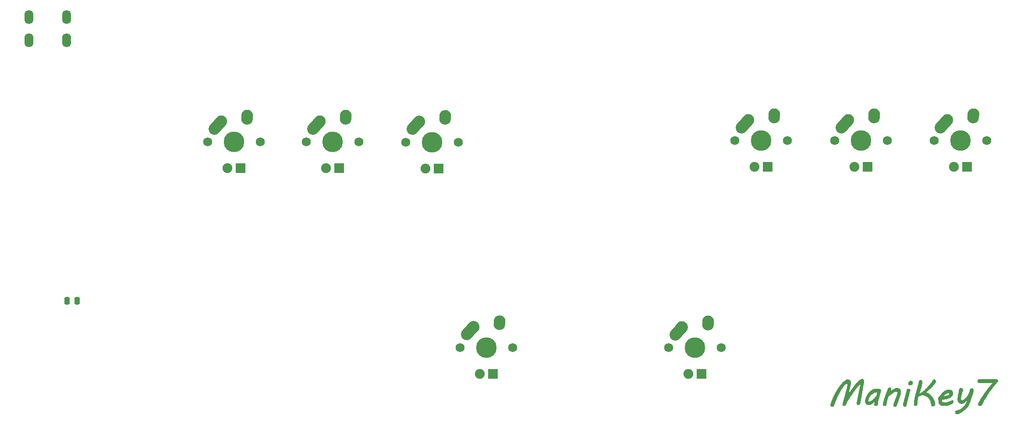
<source format=gbs>
%TF.GenerationSoftware,KiCad,Pcbnew,7.0.2*%
%TF.CreationDate,2023-05-03T01:09:28+02:00*%
%TF.ProjectId,PCB GUIDANCE,50434220-4755-4494-9441-4e43452e6b69,rev?*%
%TF.SameCoordinates,Original*%
%TF.FileFunction,Soldermask,Bot*%
%TF.FilePolarity,Negative*%
%FSLAX45Y45*%
G04 Gerber Fmt 4.5, Leading zero omitted, Abs format (unit mm)*
G04 Created by KiCad (PCBNEW 7.0.2) date 2023-05-03 01:09:28*
%MOMM*%
%LPD*%
G01*
G04 APERTURE LIST*
G04 Aperture macros list*
%AMRoundRect*
0 Rectangle with rounded corners*
0 $1 Rounding radius*
0 $2 $3 $4 $5 $6 $7 $8 $9 X,Y pos of 4 corners*
0 Add a 4 corners polygon primitive as box body*
4,1,4,$2,$3,$4,$5,$6,$7,$8,$9,$2,$3,0*
0 Add four circle primitives for the rounded corners*
1,1,$1+$1,$2,$3*
1,1,$1+$1,$4,$5*
1,1,$1+$1,$6,$7*
1,1,$1+$1,$8,$9*
0 Add four rect primitives between the rounded corners*
20,1,$1+$1,$2,$3,$4,$5,0*
20,1,$1+$1,$4,$5,$6,$7,0*
20,1,$1+$1,$6,$7,$8,$9,0*
20,1,$1+$1,$8,$9,$2,$3,0*%
%AMHorizOval*
0 Thick line with rounded ends*
0 $1 width*
0 $2 $3 position (X,Y) of the first rounded end (center of the circle)*
0 $4 $5 position (X,Y) of the second rounded end (center of the circle)*
0 Add line between two ends*
20,1,$1,$2,$3,$4,$5,0*
0 Add two circle primitives to create the rounded ends*
1,1,$1,$2,$3*
1,1,$1,$4,$5*%
G04 Aperture macros list end*
%ADD10C,0.635000*%
%ADD11C,1.750000*%
%ADD12C,3.987800*%
%ADD13HorizOval,2.250000X0.655001X0.730000X-0.655001X-0.730000X0*%
%ADD14C,2.250000*%
%ADD15HorizOval,2.250000X0.020000X0.290000X-0.020000X-0.290000X0*%
%ADD16C,1.905000*%
%ADD17R,1.905000X1.905000*%
%ADD18O,1.700000X2.700000*%
%ADD19RoundRect,0.250000X0.250000X0.475000X-0.250000X0.475000X-0.250000X-0.475000X0.250000X-0.475000X0*%
G04 APERTURE END LIST*
D10*
G36*
X20994039Y-13986986D02*
G01*
X20995341Y-13981980D01*
X20996735Y-13976875D01*
X20998220Y-13971669D01*
X20999797Y-13966362D01*
X21001466Y-13960955D01*
X21003226Y-13955448D01*
X21005078Y-13949841D01*
X21007021Y-13944133D01*
X21009056Y-13938325D01*
X21011182Y-13932417D01*
X21012651Y-13928422D01*
X21014916Y-13922351D01*
X21017244Y-13916233D01*
X21019635Y-13910070D01*
X21022090Y-13903861D01*
X21024608Y-13897606D01*
X21027189Y-13891306D01*
X21029834Y-13884959D01*
X21032542Y-13878567D01*
X21035313Y-13872129D01*
X21038147Y-13865645D01*
X21040071Y-13861297D01*
X21043030Y-13854728D01*
X21046043Y-13848142D01*
X21049111Y-13841538D01*
X21052233Y-13834916D01*
X21055409Y-13828277D01*
X21058641Y-13821620D01*
X21061926Y-13814947D01*
X21064147Y-13810488D01*
X21066392Y-13806021D01*
X21068661Y-13801546D01*
X21070955Y-13797064D01*
X21073272Y-13792574D01*
X21074440Y-13790326D01*
X21076788Y-13785836D01*
X21079145Y-13781362D01*
X21081514Y-13776903D01*
X21083893Y-13772460D01*
X21086283Y-13768032D01*
X21088684Y-13763619D01*
X21091095Y-13759222D01*
X21093517Y-13754841D01*
X21095949Y-13750475D01*
X21098393Y-13746125D01*
X21100847Y-13741790D01*
X21103311Y-13737470D01*
X21105786Y-13733166D01*
X21109519Y-13726740D01*
X21113276Y-13720348D01*
X21117054Y-13713984D01*
X21120853Y-13707688D01*
X21124671Y-13701459D01*
X21128508Y-13695298D01*
X21132365Y-13689205D01*
X21136242Y-13683179D01*
X21140138Y-13677221D01*
X21144054Y-13671330D01*
X21147990Y-13665507D01*
X21151945Y-13659752D01*
X21154593Y-13655953D01*
X21158589Y-13650310D01*
X21162574Y-13644780D01*
X21166548Y-13639364D01*
X21170511Y-13634061D01*
X21174464Y-13628872D01*
X21178405Y-13623796D01*
X21182336Y-13618833D01*
X21186255Y-13613984D01*
X21190164Y-13609249D01*
X21194062Y-13604626D01*
X21196655Y-13601608D01*
X21200240Y-13597663D01*
X21203823Y-13593745D01*
X21207263Y-13589999D01*
X21210988Y-13585956D01*
X21211544Y-13585354D01*
X21214968Y-13581698D01*
X21218540Y-13577991D01*
X21222261Y-13574231D01*
X21226130Y-13570418D01*
X21230148Y-13566554D01*
X21231520Y-13565254D01*
X21235742Y-13561307D01*
X21240034Y-13557379D01*
X21244396Y-13553467D01*
X21248828Y-13549574D01*
X21253330Y-13545697D01*
X21254846Y-13544409D01*
X21259414Y-13540621D01*
X21264000Y-13536982D01*
X21268604Y-13533491D01*
X21273225Y-13530148D01*
X21277863Y-13526954D01*
X21279413Y-13525922D01*
X21284095Y-13522956D01*
X21288742Y-13520199D01*
X21293354Y-13517651D01*
X21297931Y-13515313D01*
X21302473Y-13513185D01*
X21303980Y-13512522D01*
X21309180Y-13510443D01*
X21314249Y-13508874D01*
X21319188Y-13507817D01*
X21324673Y-13507233D01*
X21326685Y-13507186D01*
X21331822Y-13507356D01*
X21336811Y-13507867D01*
X21342444Y-13508892D01*
X21347875Y-13510381D01*
X21352369Y-13512025D01*
X21357366Y-13514290D01*
X21362042Y-13516958D01*
X21366397Y-13520030D01*
X21370432Y-13523506D01*
X21372593Y-13525674D01*
X21376101Y-13529688D01*
X21379240Y-13534023D01*
X21382011Y-13538679D01*
X21384413Y-13543655D01*
X21385621Y-13546642D01*
X21387458Y-13552075D01*
X21388674Y-13556911D01*
X21389558Y-13561913D01*
X21390111Y-13567080D01*
X21390332Y-13572414D01*
X21390336Y-13573319D01*
X21390146Y-13578638D01*
X21389629Y-13583578D01*
X21389344Y-13585478D01*
X21388535Y-13590459D01*
X21387523Y-13595521D01*
X21386986Y-13597885D01*
X21348151Y-13779780D01*
X21349730Y-13774598D01*
X21352700Y-13769774D01*
X21355843Y-13765139D01*
X21358848Y-13760837D01*
X21361967Y-13756384D01*
X21365202Y-13751779D01*
X21368551Y-13747022D01*
X21372016Y-13742114D01*
X21375596Y-13737055D01*
X21377060Y-13734989D01*
X21380053Y-13730811D01*
X21383078Y-13726590D01*
X21386133Y-13722327D01*
X21389219Y-13718021D01*
X21392337Y-13713673D01*
X21395485Y-13709282D01*
X21398665Y-13704848D01*
X21401875Y-13700372D01*
X21405093Y-13695893D01*
X21408296Y-13691454D01*
X21411483Y-13687053D01*
X21414655Y-13682691D01*
X21417811Y-13678368D01*
X21420952Y-13674083D01*
X21424077Y-13669838D01*
X21427187Y-13665631D01*
X21430259Y-13661490D01*
X21433274Y-13657442D01*
X21436960Y-13652513D01*
X21440556Y-13647729D01*
X21444061Y-13643091D01*
X21447475Y-13638598D01*
X21450140Y-13635108D01*
X21453339Y-13630893D01*
X21456344Y-13626932D01*
X21459694Y-13622514D01*
X21462765Y-13618464D01*
X21465995Y-13614201D01*
X21467263Y-13612526D01*
X21473591Y-13604710D01*
X21476879Y-13600569D01*
X21480061Y-13596665D01*
X21483528Y-13592501D01*
X21487281Y-13588075D01*
X21488976Y-13586098D01*
X21492485Y-13582062D01*
X21496124Y-13577956D01*
X21499894Y-13573780D01*
X21503795Y-13569534D01*
X21507827Y-13565219D01*
X21509200Y-13563765D01*
X21512685Y-13560090D01*
X21516235Y-13556434D01*
X21519853Y-13552796D01*
X21523537Y-13549176D01*
X21527288Y-13545574D01*
X21531105Y-13541991D01*
X21532651Y-13540563D01*
X21536537Y-13537053D01*
X21540442Y-13533659D01*
X21544364Y-13530379D01*
X21548305Y-13527215D01*
X21552265Y-13524166D01*
X21557040Y-13520659D01*
X21557838Y-13520090D01*
X21562630Y-13516807D01*
X21567423Y-13513751D01*
X21572215Y-13510921D01*
X21577008Y-13508319D01*
X21581800Y-13505943D01*
X21583397Y-13505201D01*
X21588164Y-13503177D01*
X21592878Y-13501572D01*
X21598311Y-13500228D01*
X21603673Y-13499455D01*
X21608212Y-13499246D01*
X21613401Y-13499599D01*
X21618568Y-13500820D01*
X21623104Y-13502914D01*
X21624342Y-13503712D01*
X21628470Y-13507020D01*
X21631982Y-13510974D01*
X21634641Y-13515127D01*
X21636880Y-13519676D01*
X21638634Y-13524636D01*
X21639904Y-13530009D01*
X21640100Y-13531133D01*
X21640820Y-13536277D01*
X21641304Y-13541519D01*
X21641552Y-13546859D01*
X21641589Y-13549868D01*
X21641497Y-13555414D01*
X21641222Y-13560977D01*
X21640764Y-13566557D01*
X21640123Y-13572155D01*
X21639299Y-13577771D01*
X21638983Y-13579646D01*
X21638031Y-13585129D01*
X21637035Y-13590412D01*
X21635995Y-13595494D01*
X21634912Y-13600375D01*
X21633593Y-13605816D01*
X21633400Y-13606571D01*
X21632508Y-13611805D01*
X21631588Y-13617238D01*
X21630695Y-13622527D01*
X21629706Y-13628402D01*
X21628809Y-13633743D01*
X21627851Y-13639421D01*
X21626839Y-13645366D01*
X21625990Y-13650313D01*
X21625106Y-13655431D01*
X21624187Y-13660720D01*
X21623233Y-13666179D01*
X21622244Y-13671809D01*
X21621737Y-13674688D01*
X21620734Y-13680518D01*
X21619713Y-13686468D01*
X21618672Y-13692538D01*
X21617611Y-13698728D01*
X21616531Y-13705038D01*
X21615432Y-13711469D01*
X21614595Y-13716371D01*
X21613747Y-13721340D01*
X21613176Y-13724690D01*
X21612336Y-13729746D01*
X21611492Y-13734818D01*
X21610643Y-13739904D01*
X21609791Y-13745006D01*
X21608933Y-13750123D01*
X21608072Y-13755255D01*
X21607206Y-13760403D01*
X21606336Y-13765566D01*
X21605461Y-13770744D01*
X21604582Y-13775937D01*
X21603994Y-13779408D01*
X21603110Y-13784590D01*
X21602226Y-13789762D01*
X21601342Y-13794922D01*
X21600458Y-13800072D01*
X21599574Y-13805211D01*
X21598690Y-13810339D01*
X21597806Y-13815456D01*
X21596922Y-13820562D01*
X21596038Y-13825657D01*
X21595154Y-13830741D01*
X21594564Y-13834125D01*
X21593687Y-13839166D01*
X21592822Y-13844146D01*
X21591971Y-13849065D01*
X21590856Y-13855528D01*
X21589765Y-13861883D01*
X21588697Y-13868130D01*
X21587652Y-13874268D01*
X21586630Y-13880297D01*
X21585879Y-13884748D01*
X21584894Y-13890562D01*
X21583925Y-13896217D01*
X21582971Y-13901713D01*
X21582033Y-13907050D01*
X21581110Y-13912228D01*
X21580202Y-13917248D01*
X21579090Y-13923298D01*
X21578434Y-13926809D01*
X21577418Y-13932387D01*
X21576462Y-13937564D01*
X21575395Y-13943249D01*
X21574415Y-13948359D01*
X21573381Y-13953592D01*
X21572975Y-13955595D01*
X21571845Y-13960687D01*
X21570591Y-13965588D01*
X21569625Y-13969119D01*
X21568113Y-13973865D01*
X21566227Y-13978611D01*
X21563969Y-13983357D01*
X21562553Y-13985993D01*
X21559696Y-13990592D01*
X21556289Y-13994896D01*
X21552799Y-13998475D01*
X21549897Y-14001006D01*
X21545679Y-14003829D01*
X21540964Y-14005845D01*
X21535752Y-14007055D01*
X21530786Y-14007452D01*
X21530045Y-14007458D01*
X21525066Y-14006882D01*
X21520367Y-14005155D01*
X21517389Y-14003364D01*
X21513208Y-13999956D01*
X21509712Y-13996402D01*
X21507091Y-13993190D01*
X21504325Y-13988992D01*
X21502000Y-13984590D01*
X21500267Y-13980410D01*
X21498778Y-13975379D01*
X21497795Y-13970126D01*
X21497537Y-13967382D01*
X21570245Y-13629649D01*
X21571293Y-13624547D01*
X21571858Y-13621460D01*
X21572440Y-13616411D01*
X21572479Y-13614884D01*
X21571905Y-13609850D01*
X21571610Y-13608804D01*
X21570363Y-13603836D01*
X21570245Y-13603345D01*
X21571114Y-13599995D01*
X21567142Y-13603681D01*
X21562904Y-13607682D01*
X21558399Y-13611998D01*
X21554603Y-13615677D01*
X21550636Y-13619558D01*
X21546499Y-13623641D01*
X21542191Y-13627926D01*
X21541088Y-13629028D01*
X21536644Y-13633530D01*
X21532185Y-13638163D01*
X21527711Y-13642929D01*
X21524345Y-13646589D01*
X21520970Y-13650324D01*
X21517587Y-13654133D01*
X21514194Y-13658015D01*
X21510793Y-13661973D01*
X21507384Y-13666004D01*
X21505106Y-13668733D01*
X21501685Y-13672851D01*
X21498262Y-13677017D01*
X21494837Y-13681232D01*
X21491409Y-13685494D01*
X21487979Y-13689805D01*
X21484548Y-13694163D01*
X21481114Y-13698569D01*
X21477677Y-13703024D01*
X21474239Y-13707526D01*
X21470799Y-13712076D01*
X21468504Y-13715137D01*
X21465101Y-13719724D01*
X21461734Y-13724320D01*
X21458401Y-13728925D01*
X21455103Y-13733539D01*
X21451841Y-13738161D01*
X21448613Y-13742792D01*
X21445420Y-13747432D01*
X21442262Y-13752080D01*
X21439138Y-13756737D01*
X21436050Y-13761403D01*
X21434011Y-13764519D01*
X21430725Y-13769391D01*
X21427380Y-13774328D01*
X21423978Y-13779332D01*
X21420517Y-13784402D01*
X21416999Y-13789537D01*
X21413422Y-13794739D01*
X21409787Y-13800006D01*
X21406094Y-13805339D01*
X21402399Y-13810710D01*
X21398696Y-13816088D01*
X21394985Y-13821473D01*
X21391267Y-13826867D01*
X21387541Y-13832268D01*
X21383807Y-13837677D01*
X21380065Y-13843093D01*
X21376316Y-13848518D01*
X21372605Y-13853915D01*
X21368918Y-13859312D01*
X21365254Y-13864710D01*
X21361613Y-13870107D01*
X21357995Y-13875504D01*
X21354401Y-13880901D01*
X21350830Y-13886299D01*
X21347282Y-13891696D01*
X21343788Y-13897033D01*
X21340380Y-13902312D01*
X21337057Y-13907533D01*
X21333820Y-13912696D01*
X21330668Y-13917800D01*
X21327601Y-13922847D01*
X21324619Y-13927835D01*
X21321722Y-13932765D01*
X21319310Y-13937109D01*
X21316851Y-13942000D01*
X21314704Y-13946626D01*
X21312523Y-13951654D01*
X21310308Y-13957084D01*
X21308413Y-13961727D01*
X21306452Y-13966353D01*
X21304424Y-13970960D01*
X21302330Y-13975550D01*
X21300169Y-13980121D01*
X21297941Y-13984673D01*
X21297031Y-13986490D01*
X21294740Y-13990944D01*
X21291879Y-13996074D01*
X21288895Y-14000968D01*
X21285789Y-14005627D01*
X21282561Y-14010050D01*
X21280902Y-14012173D01*
X21277434Y-14015968D01*
X21273090Y-14019403D01*
X21268426Y-14021770D01*
X21263442Y-14023067D01*
X21259685Y-14023340D01*
X21254368Y-14023073D01*
X21249135Y-14022164D01*
X21244548Y-14020610D01*
X21239917Y-14018085D01*
X21235845Y-14014679D01*
X21234622Y-14013290D01*
X21231768Y-14009035D01*
X21229723Y-14004306D01*
X21229286Y-14002867D01*
X21228322Y-13997926D01*
X21227850Y-13992780D01*
X21227797Y-13990336D01*
X21227955Y-13985307D01*
X21228427Y-13980303D01*
X21229215Y-13975323D01*
X21229410Y-13974330D01*
X21230431Y-13969374D01*
X21231581Y-13964119D01*
X21232760Y-13959069D01*
X21234138Y-13953511D01*
X21235527Y-13947957D01*
X21236927Y-13942408D01*
X21238338Y-13936863D01*
X21239760Y-13931323D01*
X21241192Y-13925787D01*
X21242636Y-13920255D01*
X21244090Y-13914727D01*
X21245555Y-13909204D01*
X21247032Y-13903686D01*
X21248022Y-13900009D01*
X21249538Y-13894484D01*
X21251063Y-13888938D01*
X21252597Y-13883370D01*
X21254140Y-13877780D01*
X21255692Y-13872168D01*
X21257252Y-13866535D01*
X21258821Y-13860879D01*
X21260398Y-13855202D01*
X21261985Y-13849503D01*
X21263580Y-13843782D01*
X21264648Y-13839957D01*
X21266257Y-13834170D01*
X21267876Y-13828348D01*
X21269503Y-13822491D01*
X21271138Y-13816599D01*
X21272783Y-13810673D01*
X21274436Y-13804711D01*
X21276098Y-13798715D01*
X21277769Y-13792684D01*
X21279448Y-13786618D01*
X21281136Y-13780517D01*
X21282267Y-13776430D01*
X21283989Y-13770250D01*
X21285714Y-13763994D01*
X21287441Y-13757661D01*
X21289170Y-13751252D01*
X21290901Y-13744767D01*
X21292635Y-13738205D01*
X21294371Y-13731568D01*
X21296109Y-13724853D01*
X21297849Y-13718063D01*
X21299591Y-13711196D01*
X21300754Y-13706575D01*
X21302033Y-13701256D01*
X21303216Y-13696321D01*
X21304459Y-13691125D01*
X21305761Y-13685668D01*
X21306337Y-13683249D01*
X21307529Y-13678359D01*
X21308687Y-13673461D01*
X21309809Y-13668554D01*
X21310897Y-13663638D01*
X21311950Y-13658713D01*
X21312293Y-13657069D01*
X21313281Y-13652130D01*
X21314347Y-13646467D01*
X21315317Y-13640911D01*
X21316192Y-13635461D01*
X21316759Y-13631634D01*
X21317436Y-13626391D01*
X21317947Y-13621408D01*
X21318327Y-13616034D01*
X21318490Y-13611002D01*
X21318497Y-13609797D01*
X21318379Y-13604653D01*
X21317841Y-13599482D01*
X21317504Y-13598010D01*
X21315767Y-13594535D01*
X21310569Y-13594963D01*
X21305182Y-13596245D01*
X21300413Y-13598025D01*
X21295504Y-13600433D01*
X21290455Y-13603469D01*
X21286208Y-13606376D01*
X21281918Y-13609593D01*
X21277586Y-13613118D01*
X21273211Y-13616952D01*
X21268794Y-13621096D01*
X21265230Y-13624633D01*
X21262539Y-13627415D01*
X21258942Y-13631238D01*
X21255350Y-13635201D01*
X21251761Y-13639303D01*
X21248177Y-13643545D01*
X21244596Y-13647927D01*
X21241019Y-13652448D01*
X21237446Y-13657108D01*
X21233877Y-13661908D01*
X21230360Y-13666800D01*
X21226882Y-13671734D01*
X21223443Y-13676710D01*
X21220043Y-13681729D01*
X21216681Y-13686791D01*
X21213358Y-13691896D01*
X21210074Y-13697043D01*
X21206829Y-13702233D01*
X21203659Y-13707407D01*
X21200540Y-13712570D01*
X21197471Y-13717721D01*
X21194452Y-13722860D01*
X21191484Y-13727988D01*
X21188566Y-13733104D01*
X21185699Y-13738209D01*
X21182882Y-13743302D01*
X21180141Y-13748294D01*
X21177500Y-13753158D01*
X21174961Y-13757894D01*
X21172522Y-13762502D01*
X21170184Y-13766983D01*
X21167403Y-13772403D01*
X21164780Y-13777624D01*
X21163775Y-13779656D01*
X21161377Y-13784144D01*
X21158771Y-13788840D01*
X21158563Y-13789210D01*
X21156096Y-13793791D01*
X21153707Y-13798389D01*
X21151303Y-13803120D01*
X21150002Y-13805712D01*
X21147543Y-13810665D01*
X21145237Y-13815364D01*
X21142748Y-13820482D01*
X21140534Y-13825067D01*
X21138192Y-13829943D01*
X21136726Y-13833008D01*
X21134217Y-13838383D01*
X21132113Y-13842997D01*
X21129924Y-13847891D01*
X21127650Y-13853063D01*
X21125291Y-13858514D01*
X21122846Y-13864245D01*
X21120316Y-13870255D01*
X21118363Y-13874946D01*
X21116355Y-13879779D01*
X21114286Y-13884786D01*
X21112156Y-13889969D01*
X21109965Y-13895325D01*
X21107712Y-13900856D01*
X21105399Y-13906562D01*
X21103025Y-13912442D01*
X21100589Y-13918496D01*
X21098093Y-13924725D01*
X21095535Y-13931129D01*
X21093796Y-13935495D01*
X21091159Y-13942210D01*
X21088458Y-13949140D01*
X21086623Y-13953881D01*
X21084759Y-13958717D01*
X21082868Y-13963650D01*
X21080948Y-13968678D01*
X21079000Y-13973803D01*
X21077024Y-13979023D01*
X21075020Y-13984340D01*
X21072988Y-13989752D01*
X21070927Y-13995260D01*
X21068839Y-14000864D01*
X21066722Y-14006565D01*
X21064578Y-14012361D01*
X21062405Y-14018253D01*
X21060272Y-14022735D01*
X21057076Y-14027221D01*
X21053526Y-14030715D01*
X21049873Y-14033390D01*
X21045368Y-14035941D01*
X21040206Y-14037940D01*
X21034947Y-14039017D01*
X21031386Y-14039222D01*
X21025431Y-14038955D01*
X21019972Y-14038155D01*
X21015010Y-14036822D01*
X21009712Y-14034519D01*
X21005129Y-14031448D01*
X21001856Y-14028303D01*
X20998567Y-14024043D01*
X20995959Y-14019451D01*
X20994031Y-14014528D01*
X20992783Y-14009273D01*
X20992216Y-14003687D01*
X20992178Y-14001751D01*
X20992440Y-13996534D01*
X20993140Y-13991414D01*
X20994039Y-13986986D01*
G37*
G36*
X21935066Y-13690019D02*
G01*
X21940021Y-13690601D01*
X21945095Y-13691719D01*
X21948675Y-13692927D01*
X21953258Y-13695019D01*
X21957599Y-13697851D01*
X21961207Y-13701240D01*
X21964377Y-13705434D01*
X21966814Y-13710011D01*
X21968031Y-13713276D01*
X21969392Y-13718370D01*
X21970125Y-13723605D01*
X21970264Y-13727172D01*
X21970029Y-13732458D01*
X21969322Y-13737567D01*
X21968144Y-13742499D01*
X21967287Y-13745163D01*
X21965701Y-13749879D01*
X21963985Y-13755051D01*
X21962318Y-13760150D01*
X21961827Y-13761665D01*
X21915795Y-13942567D01*
X21915292Y-13947945D01*
X21914807Y-13953193D01*
X21914338Y-13958309D01*
X21913888Y-13963295D01*
X21913384Y-13968947D01*
X21913314Y-13969739D01*
X21912767Y-13975157D01*
X21911994Y-13980443D01*
X21910996Y-13985599D01*
X21909772Y-13990625D01*
X21908971Y-13993438D01*
X21907292Y-13998364D01*
X21906242Y-14001627D01*
X21904211Y-14006252D01*
X21901382Y-14010520D01*
X21900658Y-14011429D01*
X21897084Y-14015156D01*
X21893167Y-14018232D01*
X21890608Y-14019866D01*
X21885653Y-14021983D01*
X21880777Y-14023001D01*
X21875809Y-14023337D01*
X21875223Y-14023340D01*
X21869887Y-14023247D01*
X21864479Y-14022920D01*
X21859205Y-14022280D01*
X21856860Y-14021851D01*
X21851922Y-14020397D01*
X21847399Y-14018271D01*
X21845321Y-14016888D01*
X21841722Y-14013228D01*
X21839613Y-14008947D01*
X21838682Y-14004046D01*
X21838372Y-13998773D01*
X21838527Y-13993213D01*
X21838918Y-13987979D01*
X21839545Y-13982400D01*
X21840272Y-13977345D01*
X21840854Y-13973834D01*
X21841697Y-13968476D01*
X21842366Y-13963196D01*
X21842860Y-13957995D01*
X21843180Y-13952873D01*
X21843326Y-13947829D01*
X21843335Y-13946165D01*
X21839218Y-13949231D01*
X21834685Y-13952747D01*
X21830563Y-13956006D01*
X21826655Y-13959128D01*
X21824104Y-13961178D01*
X21819728Y-13964650D01*
X21815285Y-13968085D01*
X21810776Y-13971483D01*
X21806200Y-13974846D01*
X21801557Y-13978172D01*
X21796848Y-13981462D01*
X21794946Y-13982767D01*
X21790209Y-13985910D01*
X21785461Y-13988901D01*
X21780700Y-13991740D01*
X21775927Y-13994428D01*
X21771143Y-13996965D01*
X21766346Y-13999350D01*
X21764423Y-14000262D01*
X21759655Y-14002335D01*
X21754965Y-14004057D01*
X21749441Y-14005659D01*
X21744031Y-14006755D01*
X21738734Y-14007346D01*
X21735266Y-14007458D01*
X21729806Y-14007257D01*
X21724471Y-14006652D01*
X21719260Y-14005644D01*
X21714173Y-14004232D01*
X21709318Y-14002464D01*
X21704805Y-14000386D01*
X21700136Y-13997677D01*
X21696802Y-13995299D01*
X21692188Y-13991602D01*
X21687900Y-13987893D01*
X21683937Y-13984173D01*
X21680300Y-13980441D01*
X21676989Y-13976697D01*
X21673308Y-13972001D01*
X21670136Y-13967287D01*
X21669009Y-13965397D01*
X21666543Y-13960548D01*
X21664495Y-13955463D01*
X21662864Y-13950142D01*
X21661652Y-13944585D01*
X21660858Y-13938791D01*
X21660482Y-13932761D01*
X21660448Y-13930283D01*
X21660576Y-13925219D01*
X21660959Y-13920076D01*
X21661106Y-13918868D01*
X21725960Y-13918868D01*
X21726257Y-13923952D01*
X21727352Y-13929088D01*
X21728069Y-13931028D01*
X21731357Y-13934750D01*
X21736168Y-13935971D01*
X21737003Y-13935991D01*
X21742111Y-13935803D01*
X21747105Y-13935241D01*
X21751986Y-13934303D01*
X21757538Y-13932734D01*
X21762934Y-13930656D01*
X21767451Y-13928576D01*
X21772609Y-13925952D01*
X21777649Y-13923114D01*
X21782570Y-13920062D01*
X21786012Y-13917752D01*
X21790642Y-13914431D01*
X21795301Y-13910983D01*
X21799991Y-13907408D01*
X21804711Y-13903706D01*
X21809461Y-13899877D01*
X21814242Y-13895920D01*
X21816163Y-13894302D01*
X21820009Y-13891025D01*
X21823793Y-13887710D01*
X21827516Y-13884356D01*
X21831176Y-13880963D01*
X21834774Y-13877532D01*
X21839185Y-13873188D01*
X21843498Y-13868784D01*
X21845196Y-13867005D01*
X21849380Y-13862498D01*
X21853399Y-13857973D01*
X21857256Y-13853430D01*
X21860948Y-13848869D01*
X21864477Y-13844289D01*
X21867843Y-13839691D01*
X21869143Y-13837847D01*
X21872264Y-13833200D01*
X21875112Y-13828566D01*
X21877687Y-13823943D01*
X21879990Y-13819333D01*
X21882020Y-13814735D01*
X21884096Y-13809233D01*
X21884404Y-13808317D01*
X21885811Y-13803355D01*
X21887100Y-13797962D01*
X21888147Y-13792805D01*
X21888871Y-13788713D01*
X21889685Y-13783231D01*
X21890267Y-13778074D01*
X21890643Y-13772662D01*
X21890732Y-13768737D01*
X21889451Y-13763790D01*
X21889367Y-13763650D01*
X21884969Y-13761302D01*
X21884528Y-13761293D01*
X21879398Y-13761429D01*
X21874244Y-13761838D01*
X21869065Y-13762520D01*
X21863862Y-13763474D01*
X21858635Y-13764701D01*
X21853383Y-13766200D01*
X21851276Y-13766876D01*
X21846069Y-13768682D01*
X21840916Y-13770688D01*
X21835818Y-13772894D01*
X21830775Y-13775300D01*
X21825786Y-13777905D01*
X21820851Y-13780711D01*
X21818892Y-13781889D01*
X21814040Y-13784921D01*
X21809255Y-13788122D01*
X21804536Y-13791493D01*
X21799884Y-13795033D01*
X21795298Y-13798744D01*
X21790779Y-13802623D01*
X21788990Y-13804223D01*
X21784595Y-13808301D01*
X21780327Y-13812469D01*
X21776186Y-13816729D01*
X21772172Y-13821080D01*
X21768286Y-13825521D01*
X21764527Y-13830053D01*
X21763059Y-13831892D01*
X21759528Y-13836488D01*
X21756150Y-13841127D01*
X21752922Y-13845808D01*
X21749846Y-13850532D01*
X21746922Y-13855298D01*
X21744149Y-13860107D01*
X21743082Y-13862042D01*
X21740578Y-13866838D01*
X21738262Y-13871609D01*
X21736134Y-13876357D01*
X21734194Y-13881080D01*
X21732441Y-13885779D01*
X21730586Y-13891385D01*
X21730303Y-13892316D01*
X21728907Y-13897186D01*
X21727727Y-13902468D01*
X21727449Y-13903855D01*
X21726601Y-13908988D01*
X21726105Y-13914150D01*
X21725960Y-13918868D01*
X21661106Y-13918868D01*
X21661597Y-13914855D01*
X21662061Y-13911920D01*
X21663096Y-13906410D01*
X21664230Y-13901166D01*
X21665388Y-13896310D01*
X21666700Y-13891205D01*
X21666900Y-13890455D01*
X21668650Y-13883678D01*
X21670551Y-13876964D01*
X21672601Y-13870313D01*
X21674802Y-13863725D01*
X21677153Y-13857200D01*
X21679655Y-13850737D01*
X21682306Y-13844338D01*
X21685108Y-13838002D01*
X21688060Y-13831729D01*
X21691163Y-13825519D01*
X21694415Y-13819372D01*
X21697818Y-13813288D01*
X21701371Y-13807267D01*
X21705075Y-13801309D01*
X21708928Y-13795414D01*
X21712932Y-13789582D01*
X21717088Y-13783820D01*
X21721365Y-13778165D01*
X21725765Y-13772618D01*
X21730287Y-13767179D01*
X21734931Y-13761847D01*
X21739697Y-13756622D01*
X21744586Y-13751506D01*
X21749596Y-13746497D01*
X21754729Y-13741595D01*
X21759984Y-13736801D01*
X21765361Y-13732115D01*
X21770860Y-13727536D01*
X21776481Y-13723065D01*
X21782224Y-13718702D01*
X21788090Y-13714446D01*
X21794077Y-13710298D01*
X21798854Y-13707186D01*
X21803631Y-13704365D01*
X21808408Y-13701835D01*
X21813185Y-13699596D01*
X21817962Y-13697648D01*
X21822739Y-13695990D01*
X21827516Y-13694624D01*
X21832293Y-13693548D01*
X21838252Y-13692475D01*
X21844186Y-13691585D01*
X21850097Y-13690876D01*
X21855983Y-13690349D01*
X21861845Y-13690003D01*
X21867683Y-13689840D01*
X21870012Y-13689825D01*
X21875311Y-13689922D01*
X21880392Y-13690175D01*
X21885767Y-13690585D01*
X21888251Y-13690818D01*
X21893748Y-13691386D01*
X21898794Y-13691974D01*
X21903871Y-13692650D01*
X21905745Y-13692927D01*
X21910614Y-13691865D01*
X21915726Y-13690950D01*
X21918525Y-13690570D01*
X21923636Y-13690035D01*
X21928603Y-13689832D01*
X21929692Y-13689825D01*
X21935066Y-13690019D01*
G37*
G36*
X22264943Y-13745411D02*
G01*
X22259854Y-13745672D01*
X22254575Y-13746456D01*
X22249106Y-13747762D01*
X22244267Y-13749298D01*
X22240128Y-13750870D01*
X22235051Y-13753011D01*
X22229869Y-13755430D01*
X22224582Y-13758129D01*
X22220096Y-13760591D01*
X22215538Y-13763247D01*
X22211839Y-13765511D01*
X22207210Y-13768447D01*
X22202550Y-13771516D01*
X22197861Y-13774719D01*
X22193141Y-13778055D01*
X22188390Y-13781524D01*
X22183610Y-13785126D01*
X22181689Y-13786604D01*
X22176893Y-13790348D01*
X22172121Y-13794133D01*
X22167374Y-13797962D01*
X22162651Y-13801832D01*
X22157952Y-13805746D01*
X22153278Y-13809701D01*
X22151414Y-13811295D01*
X22147537Y-13814513D01*
X22143249Y-13817967D01*
X22139040Y-13821244D01*
X22136277Y-13823330D01*
X22131864Y-13826386D01*
X22127206Y-13829104D01*
X22122753Y-13831147D01*
X22120138Y-13835708D01*
X22117854Y-13840229D01*
X22115716Y-13844821D01*
X22113447Y-13850007D01*
X22111489Y-13854751D01*
X22109522Y-13859679D01*
X22107546Y-13864790D01*
X22105561Y-13870084D01*
X22103567Y-13875561D01*
X22102901Y-13877427D01*
X22100964Y-13883037D01*
X22099377Y-13887751D01*
X22097814Y-13892502D01*
X22096275Y-13897290D01*
X22094760Y-13902113D01*
X22093270Y-13906973D01*
X22092975Y-13907950D01*
X22091577Y-13912745D01*
X22089995Y-13918363D01*
X22088517Y-13923833D01*
X22087145Y-13929155D01*
X22085877Y-13934328D01*
X22085282Y-13936859D01*
X22084084Y-13942036D01*
X22083095Y-13947142D01*
X22082553Y-13950508D01*
X22081738Y-13955672D01*
X22080869Y-13960652D01*
X22080071Y-13964900D01*
X22079059Y-13970265D01*
X22078013Y-13975422D01*
X22076967Y-13980291D01*
X22076721Y-13981402D01*
X22075596Y-13986575D01*
X22074463Y-13991419D01*
X22073207Y-13996497D01*
X22072006Y-14001130D01*
X22070348Y-14005967D01*
X22067871Y-14010408D01*
X22065554Y-14013166D01*
X22061575Y-14016586D01*
X22057153Y-14019406D01*
X22056249Y-14019866D01*
X22051627Y-14021789D01*
X22047191Y-14022844D01*
X22042088Y-14023301D01*
X22040615Y-14023340D01*
X22035299Y-14023087D01*
X22030332Y-14022328D01*
X22024979Y-14020803D01*
X22020100Y-14018589D01*
X22016296Y-14016144D01*
X22012525Y-14012329D01*
X22009681Y-14007292D01*
X22007979Y-14002001D01*
X22007082Y-13996905D01*
X22006656Y-13991185D01*
X22006618Y-13988723D01*
X22006712Y-13983512D01*
X22006968Y-13978401D01*
X22006991Y-13978052D01*
X22007601Y-13972821D01*
X22008679Y-13967538D01*
X22009224Y-13965397D01*
X22010661Y-13959243D01*
X22012087Y-13953205D01*
X22013502Y-13947282D01*
X22014906Y-13941475D01*
X22016300Y-13935784D01*
X22017682Y-13930208D01*
X22019054Y-13924748D01*
X22020414Y-13919404D01*
X22021764Y-13914175D01*
X22023103Y-13909061D01*
X22023989Y-13905716D01*
X22025339Y-13900771D01*
X22026692Y-13895890D01*
X22028047Y-13891075D01*
X22029857Y-13884757D01*
X22031670Y-13878555D01*
X22033488Y-13872470D01*
X22035309Y-13866501D01*
X22037134Y-13860648D01*
X22038506Y-13856334D01*
X22040367Y-13850672D01*
X22042228Y-13845098D01*
X22044089Y-13839613D01*
X22045950Y-13834218D01*
X22047812Y-13828912D01*
X22049673Y-13823695D01*
X22051534Y-13818567D01*
X22053395Y-13813528D01*
X22055291Y-13808498D01*
X22057195Y-13803455D01*
X22059106Y-13798401D01*
X22061026Y-13793335D01*
X22062953Y-13788258D01*
X22064887Y-13783169D01*
X22066830Y-13778068D01*
X22068780Y-13772956D01*
X22070746Y-13767818D01*
X22072735Y-13762642D01*
X22074748Y-13757427D01*
X22076783Y-13752173D01*
X22078842Y-13746881D01*
X22080924Y-13741549D01*
X22083030Y-13736179D01*
X22085158Y-13730770D01*
X22087318Y-13725266D01*
X22089516Y-13719611D01*
X22091754Y-13713805D01*
X22094030Y-13707847D01*
X22096344Y-13701738D01*
X22098106Y-13697058D01*
X22099889Y-13692292D01*
X22101694Y-13687441D01*
X22103521Y-13682505D01*
X22106192Y-13677739D01*
X22110147Y-13674016D01*
X22114950Y-13671164D01*
X22116177Y-13670594D01*
X22121264Y-13668585D01*
X22126475Y-13667151D01*
X22131811Y-13666290D01*
X22137270Y-13666003D01*
X22142548Y-13666256D01*
X22147494Y-13667015D01*
X22152846Y-13668540D01*
X22157747Y-13670754D01*
X22161589Y-13673199D01*
X22165456Y-13676608D01*
X22168374Y-13680646D01*
X22170342Y-13685314D01*
X22171360Y-13690610D01*
X22171515Y-13693920D01*
X22170770Y-13698883D01*
X22169315Y-13703648D01*
X22168537Y-13705583D01*
X22158735Y-13729529D01*
X22162800Y-13726488D01*
X22166864Y-13723537D01*
X22171339Y-13720318D01*
X22175769Y-13717149D01*
X22177718Y-13715757D01*
X22182744Y-13712209D01*
X22187819Y-13708775D01*
X22192942Y-13705457D01*
X22198113Y-13702254D01*
X22203333Y-13699166D01*
X22208602Y-13696193D01*
X22210722Y-13695036D01*
X22216044Y-13692213D01*
X22221383Y-13689560D01*
X22226740Y-13687076D01*
X22232116Y-13684761D01*
X22237510Y-13682617D01*
X22242921Y-13680642D01*
X22245091Y-13679899D01*
X22250546Y-13678184D01*
X22255977Y-13676759D01*
X22261384Y-13675625D01*
X22266766Y-13674781D01*
X22272124Y-13674229D01*
X22277458Y-13673967D01*
X22279584Y-13673944D01*
X22286035Y-13674114D01*
X22292220Y-13674624D01*
X22298138Y-13675475D01*
X22303791Y-13676666D01*
X22309177Y-13678197D01*
X22314297Y-13680068D01*
X22319151Y-13682279D01*
X22323740Y-13684831D01*
X22328062Y-13687723D01*
X22332118Y-13690956D01*
X22334674Y-13693299D01*
X22338266Y-13697086D01*
X22341505Y-13701235D01*
X22344390Y-13705746D01*
X22346922Y-13710620D01*
X22349101Y-13715855D01*
X22350927Y-13721452D01*
X22352399Y-13727411D01*
X22353518Y-13733732D01*
X22354283Y-13740416D01*
X22354695Y-13747461D01*
X22354774Y-13752359D01*
X22354656Y-13758036D01*
X22354301Y-13763898D01*
X22353710Y-13769947D01*
X22352882Y-13776182D01*
X22351817Y-13782603D01*
X22350864Y-13787540D01*
X22349778Y-13792583D01*
X22348558Y-13797730D01*
X22347205Y-13802982D01*
X22345752Y-13808297D01*
X22344232Y-13813679D01*
X22342644Y-13819129D01*
X22340988Y-13824647D01*
X22339265Y-13830232D01*
X22337474Y-13835885D01*
X22335615Y-13841605D01*
X22333689Y-13847393D01*
X22331695Y-13853249D01*
X22329634Y-13859172D01*
X22328222Y-13863159D01*
X22326066Y-13869188D01*
X22323880Y-13875272D01*
X22321664Y-13881410D01*
X22319416Y-13887603D01*
X22317139Y-13893851D01*
X22314830Y-13900153D01*
X22312492Y-13906509D01*
X22310122Y-13912921D01*
X22307723Y-13919386D01*
X22305292Y-13925906D01*
X22303655Y-13930283D01*
X22301230Y-13936856D01*
X22298839Y-13943452D01*
X22296484Y-13950073D01*
X22294163Y-13956717D01*
X22291877Y-13963386D01*
X22289627Y-13970078D01*
X22287411Y-13976795D01*
X22285230Y-13983535D01*
X22283084Y-13990299D01*
X22280972Y-13997088D01*
X22279584Y-14001627D01*
X22277948Y-14006473D01*
X22276052Y-14011500D01*
X22274096Y-14016074D01*
X22272760Y-14018873D01*
X22270096Y-14023513D01*
X22267050Y-14027537D01*
X22263951Y-14030660D01*
X22259891Y-14033795D01*
X22255343Y-14036127D01*
X22252040Y-14037236D01*
X22247069Y-14038367D01*
X22242068Y-14038987D01*
X22236605Y-14039220D01*
X22236034Y-14039222D01*
X22230621Y-14039003D01*
X22225088Y-14038198D01*
X22219797Y-14036550D01*
X22215162Y-14033769D01*
X22214321Y-14033018D01*
X22211262Y-14029058D01*
X22209204Y-14024019D01*
X22208215Y-14018633D01*
X22207993Y-14014034D01*
X22208179Y-14008746D01*
X22208647Y-14003685D01*
X22209400Y-13998221D01*
X22210273Y-13993217D01*
X22210971Y-13989715D01*
X22212175Y-13984227D01*
X22213553Y-13978555D01*
X22214835Y-13973688D01*
X22216238Y-13968694D01*
X22217762Y-13963573D01*
X22219408Y-13958324D01*
X22221189Y-13952961D01*
X22223043Y-13947494D01*
X22224969Y-13941925D01*
X22226969Y-13936253D01*
X22229041Y-13930477D01*
X22230750Y-13925783D01*
X22232063Y-13922218D01*
X22233880Y-13917403D01*
X22235731Y-13912572D01*
X22237618Y-13907725D01*
X22239539Y-13902863D01*
X22241495Y-13897985D01*
X22243486Y-13893092D01*
X22245512Y-13888183D01*
X22247573Y-13883259D01*
X22249661Y-13878260D01*
X22251736Y-13873267D01*
X22253800Y-13868281D01*
X22255851Y-13863300D01*
X22257890Y-13858326D01*
X22259917Y-13853357D01*
X22260725Y-13851371D01*
X22262705Y-13846436D01*
X22264612Y-13841554D01*
X22266446Y-13836728D01*
X22268208Y-13831956D01*
X22269897Y-13827238D01*
X22271828Y-13821649D01*
X22272140Y-13820725D01*
X22273973Y-13815203D01*
X22275658Y-13809802D01*
X22277195Y-13804524D01*
X22278584Y-13799368D01*
X22279824Y-13794335D01*
X22280205Y-13792684D01*
X22281259Y-13787788D01*
X22282213Y-13782286D01*
X22282870Y-13777010D01*
X22283231Y-13771959D01*
X22283307Y-13768489D01*
X22283002Y-13763281D01*
X22281951Y-13758046D01*
X22280148Y-13753394D01*
X22279460Y-13752111D01*
X22276009Y-13748297D01*
X22271473Y-13746203D01*
X22266251Y-13745437D01*
X22264943Y-13745411D01*
G37*
G36*
X22405273Y-13946785D02*
G01*
X22406608Y-13941439D01*
X22408010Y-13935882D01*
X22409478Y-13930117D01*
X22411011Y-13924142D01*
X22412610Y-13917957D01*
X22414276Y-13911564D01*
X22415568Y-13906631D01*
X22416897Y-13901580D01*
X22417804Y-13898148D01*
X22419184Y-13892909D01*
X22420580Y-13887616D01*
X22421991Y-13882269D01*
X22423417Y-13876867D01*
X22424858Y-13871410D01*
X22426314Y-13865899D01*
X22427786Y-13860334D01*
X22429273Y-13854714D01*
X22430776Y-13849039D01*
X22432293Y-13843310D01*
X22433314Y-13839460D01*
X22434850Y-13833632D01*
X22436389Y-13827780D01*
X22437930Y-13821904D01*
X22439473Y-13816004D01*
X22441018Y-13810080D01*
X22442565Y-13804132D01*
X22444115Y-13798160D01*
X22445667Y-13792164D01*
X22447221Y-13786144D01*
X22448777Y-13780100D01*
X22449816Y-13776058D01*
X22451388Y-13769980D01*
X22452940Y-13763937D01*
X22454473Y-13757929D01*
X22455986Y-13751956D01*
X22457480Y-13746018D01*
X22458954Y-13740115D01*
X22460408Y-13734246D01*
X22461843Y-13728413D01*
X22463258Y-13722614D01*
X22464654Y-13716850D01*
X22465573Y-13713027D01*
X22467608Y-13708453D01*
X22468427Y-13707072D01*
X22471589Y-13702923D01*
X22475251Y-13699379D01*
X22479455Y-13696204D01*
X22484081Y-13693595D01*
X22486046Y-13692679D01*
X22490845Y-13691054D01*
X22496202Y-13690104D01*
X22501555Y-13689825D01*
X22506736Y-13690051D01*
X22511794Y-13690726D01*
X22514087Y-13691190D01*
X22519193Y-13692693D01*
X22523871Y-13694814D01*
X22525129Y-13695533D01*
X22529201Y-13698457D01*
X22532512Y-13702237D01*
X22533318Y-13703474D01*
X22535524Y-13708186D01*
X22536494Y-13713421D01*
X22536544Y-13715013D01*
X22536544Y-13717742D01*
X22536048Y-13720844D01*
X22526370Y-13758935D01*
X22524320Y-13766940D01*
X22522266Y-13774949D01*
X22520207Y-13782961D01*
X22518142Y-13790978D01*
X22516073Y-13798998D01*
X22513999Y-13807022D01*
X22511921Y-13815050D01*
X22509837Y-13823082D01*
X22507749Y-13831118D01*
X22505655Y-13839158D01*
X22503557Y-13847201D01*
X22501454Y-13855249D01*
X22499346Y-13863300D01*
X22497234Y-13871355D01*
X22495116Y-13879414D01*
X22492994Y-13887477D01*
X22490887Y-13895544D01*
X22488787Y-13903613D01*
X22486692Y-13911685D01*
X22484603Y-13919760D01*
X22482520Y-13927838D01*
X22480443Y-13935919D01*
X22478371Y-13944003D01*
X22476306Y-13952090D01*
X22474246Y-13960179D01*
X22472192Y-13968272D01*
X22470144Y-13976367D01*
X22468101Y-13984466D01*
X22466065Y-13992567D01*
X22464034Y-14000671D01*
X22462009Y-14008778D01*
X22459990Y-14016888D01*
X22458169Y-14021658D01*
X22457632Y-14022968D01*
X22455238Y-14027407D01*
X22453290Y-14030164D01*
X22449837Y-14033804D01*
X22446093Y-14036492D01*
X22441441Y-14038539D01*
X22436290Y-14039219D01*
X22435919Y-14039222D01*
X22430443Y-14038888D01*
X22425319Y-14037887D01*
X22420550Y-14036218D01*
X22418052Y-14035003D01*
X22413462Y-14032160D01*
X22409309Y-14028906D01*
X22405591Y-14025239D01*
X22404900Y-14024457D01*
X22401820Y-14020393D01*
X22399249Y-14016111D01*
X22397009Y-14011148D01*
X22396835Y-14010684D01*
X22395352Y-14005625D01*
X22394484Y-14000683D01*
X22394230Y-13996291D01*
X22394230Y-13992817D01*
X22395098Y-13988599D01*
X22405273Y-13946785D01*
G37*
G36*
X22496344Y-13580019D02*
G01*
X22497732Y-13574794D01*
X22499500Y-13569511D01*
X22501483Y-13564355D01*
X22502920Y-13560911D01*
X22505405Y-13556018D01*
X22508626Y-13551327D01*
X22511973Y-13547466D01*
X22515862Y-13543754D01*
X22520290Y-13540190D01*
X22524819Y-13537875D01*
X22529395Y-13535898D01*
X22534406Y-13534042D01*
X22534931Y-13533863D01*
X22539846Y-13532358D01*
X22544931Y-13531235D01*
X22547587Y-13531009D01*
X22552588Y-13531849D01*
X22556769Y-13533987D01*
X22560770Y-13536933D01*
X22564089Y-13540066D01*
X22567562Y-13543811D01*
X22570045Y-13546766D01*
X22575202Y-13547927D01*
X22579531Y-13550632D01*
X22582452Y-13554831D01*
X22584359Y-13559884D01*
X22585406Y-13564808D01*
X22585799Y-13570048D01*
X22585802Y-13570589D01*
X22585588Y-13575756D01*
X22584885Y-13580712D01*
X22584686Y-13581632D01*
X22583586Y-13586487D01*
X22582948Y-13589448D01*
X22581063Y-13594564D01*
X22578354Y-13599365D01*
X22575211Y-13603416D01*
X22574015Y-13604710D01*
X22570248Y-13608391D01*
X22566207Y-13611759D01*
X22561891Y-13614812D01*
X22559374Y-13616373D01*
X22554769Y-13618858D01*
X22550026Y-13621010D01*
X22545146Y-13622827D01*
X22542376Y-13623693D01*
X22537064Y-13625067D01*
X22532140Y-13625932D01*
X22527171Y-13626296D01*
X22526742Y-13626299D01*
X22521326Y-13625972D01*
X22516292Y-13624856D01*
X22512226Y-13622949D01*
X22508131Y-13619453D01*
X22504694Y-13615664D01*
X22501375Y-13611455D01*
X22500066Y-13609673D01*
X22497333Y-13605462D01*
X22495252Y-13600691D01*
X22495103Y-13599995D01*
X22494512Y-13594936D01*
X22494483Y-13593791D01*
X22494696Y-13588682D01*
X22494979Y-13586346D01*
X22496024Y-13581339D01*
X22496344Y-13580019D01*
G37*
G36*
X22736306Y-13523068D02*
G01*
X22741514Y-13523245D01*
X22746748Y-13523855D01*
X22751834Y-13525031D01*
X22752684Y-13525301D01*
X22757290Y-13527378D01*
X22761335Y-13530533D01*
X22763106Y-13532622D01*
X22765822Y-13537124D01*
X22767601Y-13541934D01*
X22768317Y-13545029D01*
X22769094Y-13550311D01*
X22769521Y-13555546D01*
X22769677Y-13560609D01*
X22769682Y-13561780D01*
X22769621Y-13566890D01*
X22769415Y-13572316D01*
X22769062Y-13577537D01*
X22768618Y-13582599D01*
X22767969Y-13587720D01*
X22767200Y-13592426D01*
X22766289Y-13597632D01*
X22765358Y-13602518D01*
X22764331Y-13607549D01*
X22764223Y-13608060D01*
X22763101Y-13613233D01*
X22762029Y-13618118D01*
X22760898Y-13623218D01*
X22760376Y-13625554D01*
X22759119Y-13630878D01*
X22757814Y-13636196D01*
X22756461Y-13641507D01*
X22755060Y-13646812D01*
X22753611Y-13652110D01*
X22752115Y-13657401D01*
X22750570Y-13662686D01*
X22748977Y-13667965D01*
X22747336Y-13673237D01*
X22745647Y-13678502D01*
X22744495Y-13682009D01*
X22742753Y-13687256D01*
X22741018Y-13692530D01*
X22739290Y-13697830D01*
X22737568Y-13703156D01*
X22735852Y-13708508D01*
X22734144Y-13713886D01*
X22732441Y-13719291D01*
X22730745Y-13724722D01*
X22729056Y-13730178D01*
X22727374Y-13735661D01*
X22726256Y-13739331D01*
X22715337Y-13775437D01*
X22720202Y-13773972D01*
X22725399Y-13772087D01*
X22730927Y-13769784D01*
X22735787Y-13767545D01*
X22740877Y-13765015D01*
X22745115Y-13762782D01*
X22750522Y-13759759D01*
X22754817Y-13757232D01*
X22759085Y-13754608D01*
X22763326Y-13751887D01*
X22767540Y-13749069D01*
X22771726Y-13746154D01*
X22775886Y-13743143D01*
X22778988Y-13740820D01*
X22783103Y-13737639D01*
X22787200Y-13734361D01*
X22791277Y-13730985D01*
X22795334Y-13727513D01*
X22799373Y-13723944D01*
X22803392Y-13720278D01*
X22807391Y-13716515D01*
X22811371Y-13712655D01*
X22815384Y-13708693D01*
X22819421Y-13704683D01*
X22823480Y-13700628D01*
X22827563Y-13696525D01*
X22831669Y-13692377D01*
X22835799Y-13688181D01*
X22839951Y-13683939D01*
X22844127Y-13679651D01*
X22849009Y-13674539D01*
X22853885Y-13669392D01*
X22858754Y-13664210D01*
X22863617Y-13658993D01*
X22868473Y-13653741D01*
X22873322Y-13648454D01*
X22878165Y-13643132D01*
X22883001Y-13637776D01*
X22887831Y-13632384D01*
X22892655Y-13626958D01*
X22895867Y-13623321D01*
X22900690Y-13617844D01*
X22905483Y-13612348D01*
X22910246Y-13606831D01*
X22914978Y-13601296D01*
X22919680Y-13595740D01*
X22924351Y-13590165D01*
X22928991Y-13584571D01*
X22933601Y-13578956D01*
X22938180Y-13573322D01*
X22942729Y-13567669D01*
X22945745Y-13563889D01*
X22948690Y-13559422D01*
X22951123Y-13554982D01*
X22953438Y-13550241D01*
X22955648Y-13545681D01*
X22958059Y-13541059D01*
X22960673Y-13536375D01*
X22963488Y-13531629D01*
X22966621Y-13526938D01*
X22970064Y-13522541D01*
X22973817Y-13518438D01*
X22977880Y-13514631D01*
X22982394Y-13511374D01*
X22987372Y-13509048D01*
X22992816Y-13507652D01*
X22997961Y-13507194D01*
X22998725Y-13507186D01*
X23003727Y-13507683D01*
X23008781Y-13509377D01*
X23013366Y-13512273D01*
X23017066Y-13515593D01*
X23020549Y-13519749D01*
X23023181Y-13523985D01*
X23023416Y-13524433D01*
X23025626Y-13528974D01*
X23027448Y-13533758D01*
X23028883Y-13538784D01*
X23029123Y-13539818D01*
X23030105Y-13544827D01*
X23030765Y-13550085D01*
X23030985Y-13555079D01*
X23030747Y-13560294D01*
X23029966Y-13565407D01*
X23029744Y-13566370D01*
X23025932Y-13571765D01*
X23022081Y-13577107D01*
X23018191Y-13582396D01*
X23014262Y-13587634D01*
X23010293Y-13592819D01*
X23006285Y-13597951D01*
X23002238Y-13603032D01*
X22998151Y-13608060D01*
X22994025Y-13613035D01*
X22989860Y-13617959D01*
X22987062Y-13621212D01*
X22982835Y-13626057D01*
X22978575Y-13630871D01*
X22974282Y-13635651D01*
X22969957Y-13640399D01*
X22965599Y-13645114D01*
X22961208Y-13649796D01*
X22956785Y-13654446D01*
X22952329Y-13659062D01*
X22947840Y-13663647D01*
X22943318Y-13668198D01*
X22940286Y-13671214D01*
X22935714Y-13675717D01*
X22931118Y-13680201D01*
X22926498Y-13684665D01*
X22921855Y-13689110D01*
X22917187Y-13693535D01*
X22912495Y-13697940D01*
X22907779Y-13702326D01*
X22903040Y-13706692D01*
X22898276Y-13711038D01*
X22893488Y-13715365D01*
X22890283Y-13718239D01*
X22885510Y-13722472D01*
X22880822Y-13726612D01*
X22876219Y-13730658D01*
X22871701Y-13734611D01*
X22867268Y-13738469D01*
X22862920Y-13742234D01*
X22858657Y-13745905D01*
X22854480Y-13749482D01*
X22850387Y-13752966D01*
X22846379Y-13756355D01*
X22843755Y-13758563D01*
X22849364Y-13760629D01*
X22854977Y-13762871D01*
X22860594Y-13765290D01*
X22866216Y-13767886D01*
X22871843Y-13770659D01*
X22877473Y-13773608D01*
X22883108Y-13776733D01*
X22888748Y-13780036D01*
X22894391Y-13783515D01*
X22900040Y-13787171D01*
X22903807Y-13789706D01*
X22909422Y-13793622D01*
X22914912Y-13797693D01*
X22920277Y-13801919D01*
X22925519Y-13806299D01*
X22930636Y-13810835D01*
X22935628Y-13815525D01*
X22940497Y-13820370D01*
X22945241Y-13825370D01*
X22949861Y-13830525D01*
X22954356Y-13835834D01*
X22957284Y-13839460D01*
X22961592Y-13845008D01*
X22965769Y-13850717D01*
X22969816Y-13856588D01*
X22973732Y-13862620D01*
X22977516Y-13868813D01*
X22981170Y-13875168D01*
X22984693Y-13881684D01*
X22986969Y-13886118D01*
X22989187Y-13890623D01*
X22991347Y-13895200D01*
X22993448Y-13899849D01*
X22995492Y-13904570D01*
X22996492Y-13906957D01*
X22998444Y-13911792D01*
X23000332Y-13916711D01*
X23002155Y-13921714D01*
X23003913Y-13926802D01*
X23005606Y-13931973D01*
X23007234Y-13937230D01*
X23008797Y-13942570D01*
X23010295Y-13947995D01*
X23011728Y-13953504D01*
X23013096Y-13959098D01*
X23014400Y-13964776D01*
X23015638Y-13970538D01*
X23016811Y-13976385D01*
X23017920Y-13982316D01*
X23018963Y-13988331D01*
X23019942Y-13994430D01*
X23018156Y-13999248D01*
X23016055Y-14003775D01*
X23013380Y-14008418D01*
X23013118Y-14008823D01*
X23010112Y-14012998D01*
X23006725Y-14016820D01*
X23003316Y-14019990D01*
X22999272Y-14023126D01*
X22994818Y-14025881D01*
X22990412Y-14028055D01*
X22985303Y-14029891D01*
X22980379Y-14030900D01*
X22975188Y-14031278D01*
X22974654Y-14031281D01*
X22969011Y-14030990D01*
X22963913Y-14030117D01*
X22958756Y-14028407D01*
X22954313Y-14025937D01*
X22953313Y-14025201D01*
X22949281Y-14021565D01*
X22945837Y-14017498D01*
X22942982Y-14012998D01*
X22941650Y-14010312D01*
X22939603Y-14005249D01*
X22937930Y-13999970D01*
X22936755Y-13995096D01*
X22936067Y-13991328D01*
X22935268Y-13986327D01*
X22934388Y-13980904D01*
X22933528Y-13975696D01*
X22932965Y-13972345D01*
X22931600Y-13963163D01*
X22930571Y-13957192D01*
X22929344Y-13951314D01*
X22927919Y-13945529D01*
X22926296Y-13939837D01*
X22924476Y-13934238D01*
X22922457Y-13928732D01*
X22920242Y-13923320D01*
X22917828Y-13918000D01*
X22915261Y-13912798D01*
X22912586Y-13907740D01*
X22909802Y-13902826D01*
X22906909Y-13898055D01*
X22903908Y-13893427D01*
X22900799Y-13888943D01*
X22897580Y-13884602D01*
X22894254Y-13880405D01*
X22890865Y-13876326D01*
X22887398Y-13872402D01*
X22883854Y-13868633D01*
X22880233Y-13865020D01*
X22876534Y-13861561D01*
X22872758Y-13858258D01*
X22868903Y-13855109D01*
X22864972Y-13852116D01*
X22860060Y-13848607D01*
X22855172Y-13845372D01*
X22850308Y-13842409D01*
X22845469Y-13839718D01*
X22840653Y-13837300D01*
X22835863Y-13835155D01*
X22833953Y-13834373D01*
X22823903Y-13830403D01*
X22818965Y-13828396D01*
X22814101Y-13826465D01*
X22809882Y-13824819D01*
X22805026Y-13823007D01*
X22800073Y-13821291D01*
X22795022Y-13819672D01*
X22794001Y-13819360D01*
X22789033Y-13817894D01*
X22784210Y-13816597D01*
X22779074Y-13815367D01*
X22778615Y-13815266D01*
X22773369Y-13814283D01*
X22768237Y-13813730D01*
X22765711Y-13813653D01*
X22760815Y-13814703D01*
X22756070Y-13816302D01*
X22753180Y-13817375D01*
X22748132Y-13819298D01*
X22743473Y-13821083D01*
X22738588Y-13822962D01*
X22733478Y-13824937D01*
X22731219Y-13825812D01*
X22725971Y-13827814D01*
X22720759Y-13829805D01*
X22715582Y-13831784D01*
X22710442Y-13833751D01*
X22707520Y-13834869D01*
X22702815Y-13836597D01*
X22697935Y-13838313D01*
X22692958Y-13839849D01*
X22692507Y-13839957D01*
X22684318Y-13876931D01*
X22683206Y-13882248D01*
X22682198Y-13887499D01*
X22681292Y-13892683D01*
X22680489Y-13897801D01*
X22679789Y-13902852D01*
X22679193Y-13907836D01*
X22678983Y-13909811D01*
X22678451Y-13915663D01*
X22677971Y-13921402D01*
X22677543Y-13927028D01*
X22677168Y-13932540D01*
X22676845Y-13937939D01*
X22676749Y-13939713D01*
X22676581Y-13945031D01*
X22676400Y-13950563D01*
X22676207Y-13956308D01*
X22676033Y-13961403D01*
X22675881Y-13965769D01*
X22675594Y-13971021D01*
X22675107Y-13976168D01*
X22674420Y-13981210D01*
X22673531Y-13986148D01*
X22672241Y-13991777D01*
X22672035Y-13992569D01*
X22670326Y-13997934D01*
X22668130Y-14002954D01*
X22665447Y-14007630D01*
X22662277Y-14011962D01*
X22660247Y-14014282D01*
X22656176Y-14017812D01*
X22651345Y-14020474D01*
X22646599Y-14022066D01*
X22641295Y-14023021D01*
X22635432Y-14023340D01*
X22630369Y-14022960D01*
X22625321Y-14021624D01*
X22620517Y-14019012D01*
X22618434Y-14017260D01*
X22614794Y-14013218D01*
X22611784Y-14008691D01*
X22609614Y-14004203D01*
X22609004Y-14002619D01*
X22607506Y-13997755D01*
X22606361Y-13992792D01*
X22605569Y-13987731D01*
X22605282Y-13984877D01*
X22604982Y-13979789D01*
X22604764Y-13974482D01*
X22604664Y-13969064D01*
X22604662Y-13968126D01*
X22604760Y-13962665D01*
X22605012Y-13957547D01*
X22605419Y-13952181D01*
X22605902Y-13947282D01*
X22606481Y-13942258D01*
X22607131Y-13937175D01*
X22607852Y-13932032D01*
X22608644Y-13926831D01*
X22609128Y-13923831D01*
X22610015Y-13918584D01*
X22610937Y-13913372D01*
X22611894Y-13908195D01*
X22612887Y-13903055D01*
X22613471Y-13900133D01*
X22614557Y-13895065D01*
X22615642Y-13890176D01*
X22616883Y-13884805D01*
X22618124Y-13879668D01*
X22618434Y-13878420D01*
X22699703Y-13551109D01*
X22701227Y-13546098D01*
X22703872Y-13540183D01*
X22707219Y-13535144D01*
X22711268Y-13530982D01*
X22716019Y-13527696D01*
X22721471Y-13525286D01*
X22727626Y-13523753D01*
X22732702Y-13523178D01*
X22736306Y-13523068D01*
G37*
G36*
X23285010Y-13705788D02*
G01*
X23289976Y-13706033D01*
X23295956Y-13706567D01*
X23301681Y-13707356D01*
X23307152Y-13708399D01*
X23312368Y-13709697D01*
X23316358Y-13710918D01*
X23321152Y-13712611D01*
X23326561Y-13714914D01*
X23331595Y-13717514D01*
X23336253Y-13720410D01*
X23340537Y-13723603D01*
X23342538Y-13725311D01*
X23346263Y-13728927D01*
X23349622Y-13732796D01*
X23352614Y-13736918D01*
X23355240Y-13741293D01*
X23357500Y-13745921D01*
X23358171Y-13747520D01*
X23359942Y-13752425D01*
X23361347Y-13757460D01*
X23362385Y-13762626D01*
X23363057Y-13767923D01*
X23363362Y-13773351D01*
X23363383Y-13775189D01*
X23363228Y-13780570D01*
X23362765Y-13785856D01*
X23361993Y-13791047D01*
X23360913Y-13796142D01*
X23360157Y-13799012D01*
X23358720Y-13804077D01*
X23357016Y-13808976D01*
X23355044Y-13813709D01*
X23352805Y-13818274D01*
X23350298Y-13822673D01*
X23347524Y-13826905D01*
X23344482Y-13830971D01*
X23341173Y-13834869D01*
X23337685Y-13838623D01*
X23334046Y-13842252D01*
X23330256Y-13845757D01*
X23326315Y-13849138D01*
X23322222Y-13852395D01*
X23317979Y-13855528D01*
X23313584Y-13858537D01*
X23309038Y-13861422D01*
X23304398Y-13864184D01*
X23299662Y-13866827D01*
X23294829Y-13869349D01*
X23289899Y-13871751D01*
X23284872Y-13874033D01*
X23279748Y-13876194D01*
X23274527Y-13878236D01*
X23269209Y-13880157D01*
X23263874Y-13881979D01*
X23258539Y-13883724D01*
X23253204Y-13885391D01*
X23247868Y-13886981D01*
X23242533Y-13888493D01*
X23237198Y-13889928D01*
X23231863Y-13891285D01*
X23226527Y-13892564D01*
X23221217Y-13893770D01*
X23215958Y-13894906D01*
X23210748Y-13895973D01*
X23205590Y-13896969D01*
X23200481Y-13897896D01*
X23195423Y-13898753D01*
X23190416Y-13899540D01*
X23185458Y-13900257D01*
X23179505Y-13901035D01*
X23173897Y-13901740D01*
X23168634Y-13902373D01*
X23162774Y-13903036D01*
X23157412Y-13903594D01*
X23153323Y-13903979D01*
X23151006Y-13908632D01*
X23149477Y-13912913D01*
X23148111Y-13917993D01*
X23147441Y-13922950D01*
X23147367Y-13925196D01*
X23148062Y-13930236D01*
X23150146Y-13934825D01*
X23153619Y-13938962D01*
X23157702Y-13942149D01*
X23161884Y-13944552D01*
X23166765Y-13946661D01*
X23172258Y-13948412D01*
X23177094Y-13949556D01*
X23182320Y-13950471D01*
X23187939Y-13951158D01*
X23193948Y-13951615D01*
X23200350Y-13951844D01*
X23203698Y-13951872D01*
X23208705Y-13951815D01*
X23214625Y-13951594D01*
X23220450Y-13951207D01*
X23226179Y-13950655D01*
X23231812Y-13949936D01*
X23234592Y-13949515D01*
X23240072Y-13948541D01*
X23245439Y-13947479D01*
X23250693Y-13946331D01*
X23255832Y-13945095D01*
X23260859Y-13943772D01*
X23262509Y-13943311D01*
X23267431Y-13941843D01*
X23272239Y-13940322D01*
X23277706Y-13938481D01*
X23283018Y-13936570D01*
X23287448Y-13934874D01*
X23292504Y-13932878D01*
X23297358Y-13930905D01*
X23302011Y-13928956D01*
X23307080Y-13926757D01*
X23308913Y-13925941D01*
X23313629Y-13923819D01*
X23318283Y-13921829D01*
X23323636Y-13919672D01*
X23328906Y-13917693D01*
X23333356Y-13916139D01*
X23338394Y-13914592D01*
X23343861Y-13913289D01*
X23349018Y-13912482D01*
X23354449Y-13912168D01*
X23359482Y-13912517D01*
X23364399Y-13913935D01*
X23368284Y-13917076D01*
X23368718Y-13917752D01*
X23370887Y-13922228D01*
X23371986Y-13927141D01*
X23372068Y-13928919D01*
X23371850Y-13934037D01*
X23371820Y-13934378D01*
X23371199Y-13938845D01*
X23369858Y-13944009D01*
X23367928Y-13949174D01*
X23365718Y-13953765D01*
X23363755Y-13957208D01*
X23360769Y-13961589D01*
X23357396Y-13965676D01*
X23353635Y-13969468D01*
X23349486Y-13972965D01*
X23344887Y-13976301D01*
X23340272Y-13979516D01*
X23335640Y-13982610D01*
X23330991Y-13985582D01*
X23326326Y-13988434D01*
X23321645Y-13991164D01*
X23316947Y-13993773D01*
X23312232Y-13996260D01*
X23307502Y-13998627D01*
X23302754Y-14000873D01*
X23297990Y-14002997D01*
X23293210Y-14005000D01*
X23288413Y-14006882D01*
X23283600Y-14008643D01*
X23278770Y-14010282D01*
X23273924Y-14011801D01*
X23269050Y-14013198D01*
X23264136Y-14014505D01*
X23259182Y-14015722D01*
X23254188Y-14016849D01*
X23249155Y-14017886D01*
X23244082Y-14018832D01*
X23238969Y-14019689D01*
X23233817Y-14020455D01*
X23228625Y-14021131D01*
X23223393Y-14021717D01*
X23218121Y-14022213D01*
X23212809Y-14022619D01*
X23207458Y-14022934D01*
X23202067Y-14023160D01*
X23196636Y-14023295D01*
X23191166Y-14023340D01*
X23186165Y-14023261D01*
X23180653Y-14023026D01*
X23175326Y-14022685D01*
X23171066Y-14022347D01*
X23165964Y-14021818D01*
X23160755Y-14021099D01*
X23155440Y-14020190D01*
X23150017Y-14019090D01*
X23146871Y-14018377D01*
X23141400Y-14016943D01*
X23135953Y-14015249D01*
X23130530Y-14013293D01*
X23125901Y-14011409D01*
X23122056Y-14009692D01*
X23117537Y-14007416D01*
X23113192Y-14004870D01*
X23109022Y-14002054D01*
X23105027Y-13998967D01*
X23101205Y-13995610D01*
X23099971Y-13994430D01*
X23096426Y-13990695D01*
X23093142Y-13986654D01*
X23090121Y-13982308D01*
X23087361Y-13977657D01*
X23084863Y-13972700D01*
X23084089Y-13970980D01*
X23082023Y-13965526D01*
X23080627Y-13960681D01*
X23079529Y-13955564D01*
X23078728Y-13950174D01*
X23078223Y-13944511D01*
X23078015Y-13938575D01*
X23078009Y-13937356D01*
X23078136Y-13931515D01*
X23078515Y-13925718D01*
X23079148Y-13919964D01*
X23080033Y-13914254D01*
X23081172Y-13908588D01*
X23081607Y-13906709D01*
X23077444Y-13903532D01*
X23074907Y-13900753D01*
X23072082Y-13896302D01*
X23070531Y-13891339D01*
X23069964Y-13886126D01*
X23069944Y-13884872D01*
X23070156Y-13879338D01*
X23070792Y-13874059D01*
X23071853Y-13869034D01*
X23073337Y-13864264D01*
X23075678Y-13858875D01*
X23078630Y-13853853D01*
X23082081Y-13849328D01*
X23085830Y-13845431D01*
X23089875Y-13842163D01*
X23094217Y-13839522D01*
X23098855Y-13837510D01*
X23100467Y-13836979D01*
X23102902Y-13832602D01*
X23103105Y-13832264D01*
X23179751Y-13832264D01*
X23185190Y-13831816D01*
X23190804Y-13831246D01*
X23196594Y-13830555D01*
X23202560Y-13829744D01*
X23208701Y-13828811D01*
X23213740Y-13827977D01*
X23217594Y-13827301D01*
X23222685Y-13826341D01*
X23227598Y-13825323D01*
X23233487Y-13823969D01*
X23239099Y-13822524D01*
X23244431Y-13820989D01*
X23249485Y-13819362D01*
X23253328Y-13817995D01*
X23258782Y-13815867D01*
X23263791Y-13813668D01*
X23268355Y-13811400D01*
X23273117Y-13808665D01*
X23277274Y-13805836D01*
X23281338Y-13802447D01*
X23284945Y-13798542D01*
X23287756Y-13794088D01*
X23288689Y-13791815D01*
X23289061Y-13790450D01*
X23289061Y-13788341D01*
X23287521Y-13783435D01*
X23283602Y-13780152D01*
X23278613Y-13778224D01*
X23273529Y-13777360D01*
X23269333Y-13777174D01*
X23263898Y-13777392D01*
X23258481Y-13778047D01*
X23253080Y-13779137D01*
X23247698Y-13780664D01*
X23242332Y-13782627D01*
X23240548Y-13783378D01*
X23235250Y-13785822D01*
X23230056Y-13788502D01*
X23224967Y-13791417D01*
X23219982Y-13794568D01*
X23215103Y-13797955D01*
X23213499Y-13799136D01*
X23208850Y-13802720D01*
X23204392Y-13806400D01*
X23200126Y-13810176D01*
X23196051Y-13814048D01*
X23192169Y-13818016D01*
X23190918Y-13819360D01*
X23187539Y-13823103D01*
X23183956Y-13827143D01*
X23180559Y-13831168D01*
X23179751Y-13832264D01*
X23103105Y-13832264D01*
X23105566Y-13828159D01*
X23108418Y-13823584D01*
X23111251Y-13819152D01*
X23111758Y-13818367D01*
X23114959Y-13813547D01*
X23117827Y-13809417D01*
X23120877Y-13805184D01*
X23124109Y-13800848D01*
X23127522Y-13796409D01*
X23131117Y-13791867D01*
X23131858Y-13790947D01*
X23135701Y-13786294D01*
X23139707Y-13781641D01*
X23143030Y-13777919D01*
X23146458Y-13774197D01*
X23149990Y-13770474D01*
X23153627Y-13766752D01*
X23157368Y-13763030D01*
X23159279Y-13761169D01*
X23163204Y-13757456D01*
X23167227Y-13753825D01*
X23171347Y-13750275D01*
X23175563Y-13746807D01*
X23179877Y-13743420D01*
X23184287Y-13740115D01*
X23188795Y-13736891D01*
X23193399Y-13733748D01*
X23198099Y-13730718D01*
X23202891Y-13727831D01*
X23207777Y-13725088D01*
X23212755Y-13722488D01*
X23217827Y-13720032D01*
X23222991Y-13717719D01*
X23228249Y-13715550D01*
X23233600Y-13713524D01*
X23239073Y-13711692D01*
X23244635Y-13710104D01*
X23250286Y-13708760D01*
X23256026Y-13707661D01*
X23261856Y-13706806D01*
X23267775Y-13706196D01*
X23273783Y-13705829D01*
X23279880Y-13705707D01*
X23285010Y-13705788D01*
G37*
G36*
X23428150Y-14182156D02*
G01*
X23423053Y-14181563D01*
X23418113Y-14179595D01*
X23416487Y-14178558D01*
X23412453Y-14175054D01*
X23409260Y-14171161D01*
X23408174Y-14169501D01*
X23405757Y-14165002D01*
X23403751Y-14160176D01*
X23402963Y-14157838D01*
X23401758Y-14152818D01*
X23401167Y-14147838D01*
X23401101Y-14145554D01*
X23401321Y-14140485D01*
X23402063Y-14135457D01*
X23402963Y-14132030D01*
X23404866Y-14127273D01*
X23407274Y-14122704D01*
X23407802Y-14121856D01*
X23410903Y-14117947D01*
X23414253Y-14114908D01*
X23418499Y-14112135D01*
X23420953Y-14110937D01*
X23426025Y-14109721D01*
X23431470Y-14108446D01*
X23436623Y-14107264D01*
X23440681Y-14106346D01*
X23445602Y-14105208D01*
X23450700Y-14103856D01*
X23455977Y-14102290D01*
X23461431Y-14100511D01*
X23464628Y-14099398D01*
X23469524Y-14097627D01*
X23474533Y-14095664D01*
X23479655Y-14093509D01*
X23484891Y-14091163D01*
X23490240Y-14088624D01*
X23492049Y-14087735D01*
X23496609Y-14085410D01*
X23501219Y-14082854D01*
X23505876Y-14080069D01*
X23510582Y-14077053D01*
X23515337Y-14073807D01*
X23520140Y-14070331D01*
X23522075Y-14068876D01*
X23526958Y-14065059D01*
X23530917Y-14061871D01*
X23534922Y-14058563D01*
X23538974Y-14055134D01*
X23543072Y-14051586D01*
X23547217Y-14047917D01*
X23551409Y-14044127D01*
X23554583Y-14041207D01*
X23558844Y-14037215D01*
X23563066Y-14033057D01*
X23567250Y-14028731D01*
X23571395Y-14024239D01*
X23575501Y-14019581D01*
X23579568Y-14014755D01*
X23583597Y-14009763D01*
X23587587Y-14004605D01*
X23590546Y-14000619D01*
X23593468Y-13996528D01*
X23596353Y-13992329D01*
X23599201Y-13988023D01*
X23602012Y-13983610D01*
X23604786Y-13979091D01*
X23607523Y-13974465D01*
X23610223Y-13969732D01*
X23612885Y-13964892D01*
X23615511Y-13959945D01*
X23617241Y-13956587D01*
X23619772Y-13951510D01*
X23622200Y-13946467D01*
X23624526Y-13941460D01*
X23626750Y-13936487D01*
X23628871Y-13931549D01*
X23630889Y-13926646D01*
X23632806Y-13921778D01*
X23634619Y-13916945D01*
X23636330Y-13912147D01*
X23637939Y-13907384D01*
X23638954Y-13904228D01*
X23636569Y-13908667D01*
X23633030Y-13912752D01*
X23631509Y-13914402D01*
X23627699Y-13918394D01*
X23623757Y-13922446D01*
X23619685Y-13926557D01*
X23616091Y-13930128D01*
X23613022Y-13933137D01*
X23609274Y-13936698D01*
X23605473Y-13940215D01*
X23601620Y-13943689D01*
X23597714Y-13947119D01*
X23593757Y-13950505D01*
X23592426Y-13951624D01*
X23588466Y-13954913D01*
X23584498Y-13958080D01*
X23580522Y-13961125D01*
X23575871Y-13964523D01*
X23571209Y-13967754D01*
X23566546Y-13970724D01*
X23561896Y-13973444D01*
X23557257Y-13975914D01*
X23552630Y-13978136D01*
X23549992Y-13979293D01*
X23544788Y-13981193D01*
X23539725Y-13982550D01*
X23534800Y-13983364D01*
X23530016Y-13983636D01*
X23524016Y-13983461D01*
X23518236Y-13982938D01*
X23512678Y-13982065D01*
X23507341Y-13980844D01*
X23502225Y-13979274D01*
X23497330Y-13977354D01*
X23492655Y-13975086D01*
X23488202Y-13972469D01*
X23483906Y-13969458D01*
X23479703Y-13966009D01*
X23475593Y-13962122D01*
X23471576Y-13957797D01*
X23467652Y-13953034D01*
X23463822Y-13947832D01*
X23461009Y-13943644D01*
X23458250Y-13939209D01*
X23456439Y-13936115D01*
X23454283Y-13931544D01*
X23452422Y-13926344D01*
X23451014Y-13921195D01*
X23450111Y-13917007D01*
X23449241Y-13911893D01*
X23448584Y-13906755D01*
X23448142Y-13901593D01*
X23447913Y-13896407D01*
X23447878Y-13893433D01*
X23447920Y-13887528D01*
X23448047Y-13881677D01*
X23448260Y-13875881D01*
X23448556Y-13870140D01*
X23448938Y-13864453D01*
X23449405Y-13858820D01*
X23449615Y-13856583D01*
X23450200Y-13850966D01*
X23450870Y-13845283D01*
X23451625Y-13839533D01*
X23452465Y-13833716D01*
X23453389Y-13827833D01*
X23454399Y-13821883D01*
X23454826Y-13819484D01*
X23455978Y-13813429D01*
X23456938Y-13808519D01*
X23457934Y-13803551D01*
X23458964Y-13798525D01*
X23460030Y-13793441D01*
X23461130Y-13788299D01*
X23462265Y-13783098D01*
X23463139Y-13779160D01*
X23464335Y-13773822D01*
X23465566Y-13768357D01*
X23466832Y-13762764D01*
X23468133Y-13757043D01*
X23469469Y-13751194D01*
X23470840Y-13745217D01*
X23472245Y-13739112D01*
X23473686Y-13732879D01*
X23474029Y-13727779D01*
X23474454Y-13722761D01*
X23474678Y-13720472D01*
X23475294Y-13715462D01*
X23475547Y-13711042D01*
X23476058Y-13705994D01*
X23476291Y-13705211D01*
X23477307Y-13700071D01*
X23479347Y-13695136D01*
X23480634Y-13692927D01*
X23483693Y-13688722D01*
X23487101Y-13685041D01*
X23489567Y-13682877D01*
X23493924Y-13679757D01*
X23498527Y-13677251D01*
X23500734Y-13676301D01*
X23505674Y-13674775D01*
X23510613Y-13674027D01*
X23512893Y-13673944D01*
X23518226Y-13674105D01*
X23523647Y-13674589D01*
X23528651Y-13675308D01*
X23533858Y-13676672D01*
X23538391Y-13678886D01*
X23541927Y-13681636D01*
X23545411Y-13685909D01*
X23548030Y-13690201D01*
X23550200Y-13694959D01*
X23551729Y-13699503D01*
X23553086Y-13704707D01*
X23554055Y-13709646D01*
X23554682Y-13714888D01*
X23554831Y-13718735D01*
X23554055Y-13724008D01*
X23552783Y-13728879D01*
X23551729Y-13732383D01*
X23550077Y-13737292D01*
X23548100Y-13742216D01*
X23545797Y-13747156D01*
X23543168Y-13752111D01*
X23541636Y-13757778D01*
X23540159Y-13763285D01*
X23538737Y-13768633D01*
X23537369Y-13773822D01*
X23536056Y-13778852D01*
X23534797Y-13783723D01*
X23533203Y-13789969D01*
X23531707Y-13795933D01*
X23530307Y-13801613D01*
X23529644Y-13804347D01*
X23528376Y-13809632D01*
X23527178Y-13814692D01*
X23526049Y-13819527D01*
X23524737Y-13825254D01*
X23523534Y-13830630D01*
X23522440Y-13835655D01*
X23521455Y-13840329D01*
X23520441Y-13845466D01*
X23519402Y-13850919D01*
X23518404Y-13856438D01*
X23517521Y-13861739D01*
X23517360Y-13862786D01*
X23516654Y-13867962D01*
X23516197Y-13872906D01*
X23516119Y-13875318D01*
X23516253Y-13880630D01*
X23516764Y-13886493D01*
X23517660Y-13891797D01*
X23519190Y-13897279D01*
X23521243Y-13902002D01*
X23521579Y-13902615D01*
X23524386Y-13906794D01*
X23528113Y-13910340D01*
X23532905Y-13912131D01*
X23533738Y-13912168D01*
X23538825Y-13911703D01*
X23543887Y-13910533D01*
X23544657Y-13910307D01*
X23549525Y-13908528D01*
X23554202Y-13906222D01*
X23558181Y-13903855D01*
X23563531Y-13900547D01*
X23568738Y-13897181D01*
X23573805Y-13893759D01*
X23578729Y-13890281D01*
X23583511Y-13886745D01*
X23588152Y-13883153D01*
X23592651Y-13879504D01*
X23597009Y-13875799D01*
X23601224Y-13872037D01*
X23605298Y-13868218D01*
X23607935Y-13865640D01*
X23611791Y-13861717D01*
X23615542Y-13857717D01*
X23619189Y-13853641D01*
X23622731Y-13849489D01*
X23626168Y-13845260D01*
X23629501Y-13840955D01*
X23632729Y-13836574D01*
X23635852Y-13832116D01*
X23638871Y-13827583D01*
X23641784Y-13822972D01*
X23643669Y-13819856D01*
X23646424Y-13815090D01*
X23649108Y-13810237D01*
X23651720Y-13805296D01*
X23654260Y-13800268D01*
X23656728Y-13795153D01*
X23659123Y-13789950D01*
X23661447Y-13784661D01*
X23663699Y-13779284D01*
X23665879Y-13773819D01*
X23667987Y-13768268D01*
X23669352Y-13764519D01*
X23671383Y-13758810D01*
X23673381Y-13752990D01*
X23675347Y-13747059D01*
X23677280Y-13741016D01*
X23679180Y-13734862D01*
X23681047Y-13728597D01*
X23682882Y-13722221D01*
X23684683Y-13715734D01*
X23686453Y-13709135D01*
X23688189Y-13702425D01*
X23689329Y-13697890D01*
X23691703Y-13693379D01*
X23693671Y-13691314D01*
X23697808Y-13688172D01*
X23700992Y-13686475D01*
X23705755Y-13684477D01*
X23709677Y-13683249D01*
X23714581Y-13682184D01*
X23718734Y-13681884D01*
X23724798Y-13682154D01*
X23730425Y-13682963D01*
X23735615Y-13684311D01*
X23740370Y-13686198D01*
X23745500Y-13689174D01*
X23750001Y-13692927D01*
X23753796Y-13697321D01*
X23756806Y-13702221D01*
X23759031Y-13707627D01*
X23760285Y-13712519D01*
X23760994Y-13717762D01*
X23761168Y-13722209D01*
X23760787Y-13727695D01*
X23760031Y-13732790D01*
X23759039Y-13738011D01*
X23757942Y-13743054D01*
X23756698Y-13748364D01*
X23755383Y-13753778D01*
X23753999Y-13759298D01*
X23752545Y-13764922D01*
X23751021Y-13770651D01*
X23750498Y-13772584D01*
X23749173Y-13777397D01*
X23747568Y-13783085D01*
X23745945Y-13788677D01*
X23744305Y-13794173D01*
X23742648Y-13799573D01*
X23741812Y-13802238D01*
X23740249Y-13807238D01*
X23738591Y-13812421D01*
X23736914Y-13817487D01*
X23735145Y-13822532D01*
X23734988Y-13822958D01*
X23718238Y-13871099D01*
X23716094Y-13877129D01*
X23713989Y-13883073D01*
X23711924Y-13888932D01*
X23709898Y-13894707D01*
X23707911Y-13900396D01*
X23705963Y-13906000D01*
X23704055Y-13911519D01*
X23702186Y-13916953D01*
X23700356Y-13922302D01*
X23698565Y-13927566D01*
X23697393Y-13931028D01*
X23695659Y-13936139D01*
X23693898Y-13941188D01*
X23692111Y-13946177D01*
X23690298Y-13951105D01*
X23688459Y-13955971D01*
X23686593Y-13960777D01*
X23684701Y-13965521D01*
X23682784Y-13970205D01*
X23680840Y-13974827D01*
X23678869Y-13979388D01*
X23677541Y-13982395D01*
X23674864Y-13988312D01*
X23672105Y-13994151D01*
X23669265Y-13999913D01*
X23666344Y-14005597D01*
X23663341Y-14011204D01*
X23660256Y-14016733D01*
X23657090Y-14022184D01*
X23653843Y-14027558D01*
X23650468Y-14032907D01*
X23646918Y-14038221D01*
X23643194Y-14043500D01*
X23639295Y-14048744D01*
X23635222Y-14053954D01*
X23632053Y-14057838D01*
X23628785Y-14061702D01*
X23625419Y-14065547D01*
X23621956Y-14069372D01*
X23618381Y-14073187D01*
X23614681Y-14077002D01*
X23610858Y-14080818D01*
X23606910Y-14084633D01*
X23602837Y-14088448D01*
X23598641Y-14092264D01*
X23594320Y-14096079D01*
X23589874Y-14099894D01*
X23585305Y-14103710D01*
X23580611Y-14107525D01*
X23577413Y-14110069D01*
X23572512Y-14113920D01*
X23567441Y-14117798D01*
X23562200Y-14121702D01*
X23556789Y-14125632D01*
X23551208Y-14129589D01*
X23545456Y-14133571D01*
X23539535Y-14137580D01*
X23533443Y-14141615D01*
X23527182Y-14145676D01*
X23522913Y-14148398D01*
X23518568Y-14151131D01*
X23516367Y-14152502D01*
X23510887Y-14155686D01*
X23505426Y-14158722D01*
X23499984Y-14161610D01*
X23494561Y-14164352D01*
X23489158Y-14166946D01*
X23483774Y-14169392D01*
X23478410Y-14171691D01*
X23473065Y-14173843D01*
X23467722Y-14175792D01*
X23462302Y-14177480D01*
X23456804Y-14178909D01*
X23451228Y-14180078D01*
X23445575Y-14180987D01*
X23439844Y-14181637D01*
X23434036Y-14182026D01*
X23428150Y-14182156D01*
G37*
G36*
X24123716Y-13578654D02*
G01*
X23870603Y-13578654D01*
X23865422Y-13578384D01*
X23859652Y-13577349D01*
X23854371Y-13575537D01*
X23849579Y-13572949D01*
X23845275Y-13569585D01*
X23843306Y-13567611D01*
X23839848Y-13563249D01*
X23837106Y-13558538D01*
X23835079Y-13553478D01*
X23833768Y-13548069D01*
X23833172Y-13542311D01*
X23833132Y-13540314D01*
X23833420Y-13535256D01*
X23834483Y-13529740D01*
X23836331Y-13524640D01*
X23838962Y-13519956D01*
X23841321Y-13516864D01*
X23845171Y-13513093D01*
X23849555Y-13510249D01*
X23854473Y-13508330D01*
X23859926Y-13507338D01*
X23863282Y-13507186D01*
X24107959Y-13507186D01*
X24195928Y-13507186D01*
X24202492Y-13507436D01*
X24208409Y-13508185D01*
X24213682Y-13509434D01*
X24219707Y-13511876D01*
X24224585Y-13515205D01*
X24228315Y-13519423D01*
X24230897Y-13524528D01*
X24232332Y-13530522D01*
X24232655Y-13535600D01*
X24231786Y-13541175D01*
X24229995Y-13545835D01*
X24227226Y-13550905D01*
X24224173Y-13555444D01*
X24220441Y-13560267D01*
X24218758Y-13562276D01*
X24213038Y-13568508D01*
X24207341Y-13574781D01*
X24201665Y-13581096D01*
X24196012Y-13587452D01*
X24190380Y-13593848D01*
X24184771Y-13600287D01*
X24179183Y-13606766D01*
X24173618Y-13613286D01*
X24168075Y-13619848D01*
X24162553Y-13626451D01*
X24157054Y-13633095D01*
X24151577Y-13639780D01*
X24146122Y-13646507D01*
X24140689Y-13653274D01*
X24135278Y-13660083D01*
X24129889Y-13666933D01*
X24124522Y-13673825D01*
X24119177Y-13680757D01*
X24113855Y-13687731D01*
X24108554Y-13694746D01*
X24103275Y-13701802D01*
X24098019Y-13708899D01*
X24092784Y-13716037D01*
X24087572Y-13723217D01*
X24082381Y-13730438D01*
X24077213Y-13737700D01*
X24072066Y-13745003D01*
X24066942Y-13752348D01*
X24061840Y-13759733D01*
X24056760Y-13767160D01*
X24051702Y-13774628D01*
X24046666Y-13782137D01*
X24041682Y-13789626D01*
X24036783Y-13797048D01*
X24031967Y-13804403D01*
X24027234Y-13811691D01*
X24022585Y-13818912D01*
X24018020Y-13826066D01*
X24013539Y-13833153D01*
X24009141Y-13840174D01*
X24004826Y-13847127D01*
X24000595Y-13854014D01*
X23996448Y-13860834D01*
X23992385Y-13867587D01*
X23988405Y-13874273D01*
X23984508Y-13880892D01*
X23980695Y-13887444D01*
X23976966Y-13893929D01*
X23973321Y-13900348D01*
X23969759Y-13906699D01*
X23966280Y-13912984D01*
X23962886Y-13919202D01*
X23959574Y-13925353D01*
X23956347Y-13931437D01*
X23953203Y-13937454D01*
X23950143Y-13943404D01*
X23947166Y-13949288D01*
X23944273Y-13955104D01*
X23941463Y-13960854D01*
X23938737Y-13966537D01*
X23936095Y-13972153D01*
X23933536Y-13977701D01*
X23931061Y-13983184D01*
X23928670Y-13988599D01*
X23926175Y-13993747D01*
X23923498Y-13998488D01*
X23920640Y-14002824D01*
X23917600Y-14006755D01*
X23913712Y-14010935D01*
X23909562Y-14014531D01*
X23905168Y-14017524D01*
X23900547Y-14019899D01*
X23895700Y-14021654D01*
X23890625Y-14022789D01*
X23885324Y-14023305D01*
X23883506Y-14023340D01*
X23876699Y-14023035D01*
X23870561Y-14022119D01*
X23865093Y-14020592D01*
X23860295Y-14018454D01*
X23854938Y-14014655D01*
X23850772Y-14009769D01*
X23848428Y-14005393D01*
X23846754Y-14000405D01*
X23845750Y-13994807D01*
X23845415Y-13988599D01*
X23845803Y-13983310D01*
X23846778Y-13977537D01*
X23848087Y-13971739D01*
X23849511Y-13966307D01*
X23851237Y-13960330D01*
X23851619Y-13959069D01*
X23854040Y-13952877D01*
X23856958Y-13946782D01*
X23859428Y-13942029D01*
X23862318Y-13936722D01*
X23865627Y-13930864D01*
X23869356Y-13924453D01*
X23873505Y-13917489D01*
X23878073Y-13909973D01*
X23883062Y-13901904D01*
X23885713Y-13897662D01*
X23888470Y-13893283D01*
X23891331Y-13888765D01*
X23894297Y-13884109D01*
X23897368Y-13879315D01*
X23900545Y-13874382D01*
X23903826Y-13869312D01*
X23907212Y-13864103D01*
X23910703Y-13858757D01*
X23914299Y-13853272D01*
X23917999Y-13847649D01*
X23921748Y-13841970D01*
X23925487Y-13836331D01*
X23929217Y-13830733D01*
X23932937Y-13825176D01*
X23936648Y-13819660D01*
X23940349Y-13814184D01*
X23944041Y-13808749D01*
X23947723Y-13803354D01*
X23951396Y-13798001D01*
X23955060Y-13792688D01*
X23958714Y-13787415D01*
X23962358Y-13782184D01*
X23965993Y-13776993D01*
X23969619Y-13771843D01*
X23973235Y-13766734D01*
X23976842Y-13761665D01*
X23980439Y-13756637D01*
X23984027Y-13751650D01*
X23987606Y-13746703D01*
X23991175Y-13741797D01*
X23994734Y-13736932D01*
X23998284Y-13732108D01*
X24001825Y-13727324D01*
X24005356Y-13722581D01*
X24008878Y-13717879D01*
X24012390Y-13713217D01*
X24015893Y-13708597D01*
X24019386Y-13704016D01*
X24022870Y-13699477D01*
X24026345Y-13694978D01*
X24029810Y-13690520D01*
X24033265Y-13686103D01*
X24036697Y-13681739D01*
X24040089Y-13677439D01*
X24043442Y-13673205D01*
X24046757Y-13669035D01*
X24050032Y-13664930D01*
X24053268Y-13660891D01*
X24056465Y-13656916D01*
X24059624Y-13653006D01*
X24065823Y-13645381D01*
X24071866Y-13638016D01*
X24077754Y-13630911D01*
X24083485Y-13624065D01*
X24089060Y-13617480D01*
X24094479Y-13611154D01*
X24099742Y-13605088D01*
X24104849Y-13599281D01*
X24109800Y-13593735D01*
X24114595Y-13588448D01*
X24119234Y-13583421D01*
X24123716Y-13578654D01*
G37*
D11*
%TO.C,MX4*%
X19145250Y-8893175D03*
D12*
X19653250Y-8893175D03*
D11*
X20161250Y-8893175D03*
D13*
X19337750Y-8566175D03*
D14*
X19403250Y-8493175D03*
D15*
X19905250Y-8414175D03*
D14*
X19907250Y-8385175D03*
D16*
X19526250Y-9401175D03*
D17*
X19780250Y-9401175D03*
%TD*%
D11*
%TO.C,MX2*%
X10868025Y-8918675D03*
D12*
X11376025Y-8918675D03*
D11*
X11884025Y-8918675D03*
D13*
X11060525Y-8591675D03*
D14*
X11126025Y-8518675D03*
D15*
X11628025Y-8439675D03*
D14*
X11630025Y-8410675D03*
D16*
X11249025Y-9426675D03*
D17*
X11503025Y-9426675D03*
%TD*%
D18*
%TO.C,USB1*%
X6232400Y-6502400D03*
X5502400Y-6502400D03*
X6232400Y-6952400D03*
X5502400Y-6952400D03*
%TD*%
D11*
%TO.C,MX3*%
X12788900Y-8921750D03*
D12*
X13296900Y-8921750D03*
D11*
X13804900Y-8921750D03*
D13*
X12981400Y-8594750D03*
D14*
X13046900Y-8521750D03*
D15*
X13548900Y-8442750D03*
D14*
X13550900Y-8413750D03*
D16*
X13169900Y-9429750D03*
D17*
X13423900Y-9429750D03*
%TD*%
D11*
%TO.C,MX5*%
X21075650Y-8893175D03*
D12*
X21583650Y-8893175D03*
D11*
X22091650Y-8893175D03*
D13*
X21268150Y-8566175D03*
D14*
X21333650Y-8493175D03*
D15*
X21835650Y-8414175D03*
D14*
X21837650Y-8385175D03*
D16*
X21456650Y-9401175D03*
D17*
X21710650Y-9401175D03*
%TD*%
D11*
%TO.C,MX7*%
X13836650Y-12893675D03*
D12*
X14344650Y-12893675D03*
D11*
X14852650Y-12893675D03*
D13*
X14029150Y-12566675D03*
D14*
X14094650Y-12493675D03*
D15*
X14596650Y-12414675D03*
D14*
X14598650Y-12385675D03*
D16*
X14217650Y-13401675D03*
D17*
X14471650Y-13401675D03*
%TD*%
D11*
%TO.C,MX1*%
X8963025Y-8918675D03*
D12*
X9471025Y-8918675D03*
D11*
X9979025Y-8918675D03*
D13*
X9155525Y-8591675D03*
D14*
X9221025Y-8518675D03*
D15*
X9723025Y-8439675D03*
D14*
X9725025Y-8410675D03*
D16*
X9344025Y-9426675D03*
D17*
X9598025Y-9426675D03*
%TD*%
D11*
%TO.C,MX8*%
X17864900Y-12896800D03*
D12*
X18372900Y-12896800D03*
D11*
X18880900Y-12896800D03*
D13*
X18057400Y-12569800D03*
D14*
X18122900Y-12496800D03*
D15*
X18624900Y-12417800D03*
D14*
X18626900Y-12388800D03*
D16*
X18245900Y-13404800D03*
D17*
X18499900Y-13404800D03*
%TD*%
D11*
%TO.C,MX6*%
X22993350Y-8893175D03*
D12*
X23501350Y-8893175D03*
D11*
X24009350Y-8893175D03*
D13*
X23185850Y-8566175D03*
D14*
X23251350Y-8493175D03*
D15*
X23753350Y-8414175D03*
D14*
X23755350Y-8385175D03*
D16*
X23374350Y-9401175D03*
D17*
X23628350Y-9401175D03*
%TD*%
D19*
%TO.C,C7*%
X6432550Y-11988800D03*
X6242550Y-11988800D03*
%TD*%
M02*

</source>
